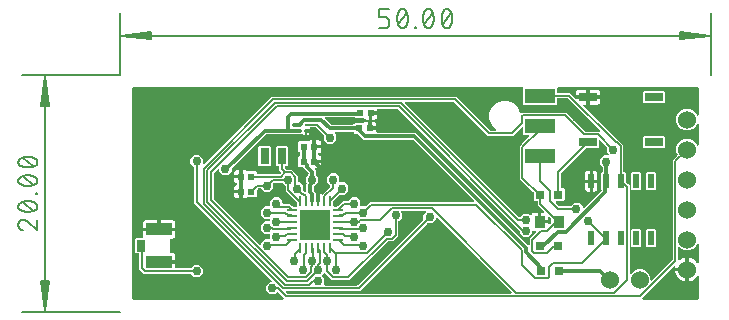
<source format=gbr>
G04 EAGLE Gerber RS-274X export*
G75*
%MOMM*%
%FSLAX34Y34*%
%LPD*%
%INTop Copper*%
%IPPOS*%
%AMOC8*
5,1,8,0,0,1.08239X$1,22.5*%
G01*
%ADD10C,0.130000*%
%ADD11C,0.152400*%
%ADD12R,0.620000X0.620000*%
%ADD13C,1.524000*%
%ADD14R,0.800000X0.800000*%
%ADD15C,0.254000*%
%ADD16R,0.203200X0.812800*%
%ADD17R,0.812800X0.203200*%
%ADD18R,2.590800X2.590800*%
%ADD19R,0.508000X1.270000*%
%ADD20R,2.200000X1.050000*%
%ADD21R,0.800000X1.000000*%
%ADD22R,1.524000X0.762000*%
%ADD23R,0.950000X1.000000*%
%ADD24R,2.540000X1.270000*%
%ADD25R,0.750000X1.400000*%
%ADD26C,0.756400*%
%ADD27C,0.304800*%

G36*
X138000Y10172D02*
X138000Y10172D01*
X138072Y10174D01*
X138121Y10192D01*
X138172Y10200D01*
X138236Y10234D01*
X138303Y10259D01*
X138344Y10291D01*
X138390Y10316D01*
X138439Y10368D01*
X138495Y10412D01*
X138523Y10456D01*
X138559Y10494D01*
X138589Y10559D01*
X138628Y10619D01*
X138641Y10670D01*
X138663Y10717D01*
X138671Y10788D01*
X138688Y10858D01*
X138684Y10910D01*
X138690Y10961D01*
X138675Y11032D01*
X138669Y11103D01*
X138649Y11151D01*
X138638Y11202D01*
X138601Y11263D01*
X138573Y11329D01*
X138528Y11385D01*
X138511Y11413D01*
X138494Y11428D01*
X138468Y11460D01*
X137698Y12230D01*
X133738Y16190D01*
X133722Y16202D01*
X133709Y16218D01*
X133622Y16274D01*
X133538Y16334D01*
X133519Y16340D01*
X133502Y16351D01*
X133402Y16376D01*
X133303Y16406D01*
X133283Y16406D01*
X133264Y16411D01*
X133161Y16403D01*
X133057Y16400D01*
X133038Y16393D01*
X133018Y16391D01*
X132924Y16351D01*
X132826Y16315D01*
X132810Y16303D01*
X132792Y16295D01*
X132661Y16190D01*
X130976Y14505D01*
X126580Y14505D01*
X123471Y17614D01*
X123471Y22010D01*
X126580Y25119D01*
X127544Y25119D01*
X127614Y25130D01*
X127686Y25132D01*
X127735Y25150D01*
X127786Y25158D01*
X127850Y25192D01*
X127917Y25217D01*
X127958Y25249D01*
X128004Y25274D01*
X128053Y25326D01*
X128109Y25370D01*
X128137Y25414D01*
X128173Y25452D01*
X128203Y25517D01*
X128242Y25577D01*
X128255Y25628D01*
X128277Y25675D01*
X128285Y25746D01*
X128302Y25816D01*
X128298Y25868D01*
X128304Y25919D01*
X128289Y25990D01*
X128283Y26061D01*
X128263Y26109D01*
X128252Y26160D01*
X128215Y26221D01*
X128187Y26287D01*
X128142Y26343D01*
X128125Y26371D01*
X128108Y26386D01*
X128082Y26418D01*
X64046Y90454D01*
X62483Y92017D01*
X62483Y121721D01*
X62469Y121811D01*
X62461Y121902D01*
X62449Y121931D01*
X62444Y121963D01*
X62401Y122044D01*
X62365Y122128D01*
X62339Y122160D01*
X62328Y122181D01*
X62305Y122203D01*
X62260Y122259D01*
X59463Y125056D01*
X59463Y129452D01*
X62572Y132561D01*
X66968Y132561D01*
X70077Y129452D01*
X70077Y125440D01*
X70088Y125370D01*
X70090Y125298D01*
X70108Y125249D01*
X70116Y125198D01*
X70150Y125134D01*
X70175Y125067D01*
X70207Y125026D01*
X70232Y124980D01*
X70284Y124931D01*
X70328Y124875D01*
X70372Y124847D01*
X70410Y124811D01*
X70475Y124781D01*
X70535Y124742D01*
X70586Y124729D01*
X70633Y124707D01*
X70704Y124699D01*
X70774Y124682D01*
X70826Y124686D01*
X70877Y124680D01*
X70948Y124695D01*
X71019Y124701D01*
X71067Y124721D01*
X71118Y124732D01*
X71179Y124769D01*
X71245Y124797D01*
X71301Y124842D01*
X71329Y124859D01*
X71344Y124876D01*
X71376Y124902D01*
X127030Y180556D01*
X128593Y182119D01*
X284411Y182119D01*
X313144Y153386D01*
X313218Y153333D01*
X313288Y153273D01*
X313318Y153261D01*
X313344Y153242D01*
X313431Y153215D01*
X313516Y153181D01*
X313557Y153177D01*
X313579Y153170D01*
X313611Y153171D01*
X313683Y153163D01*
X317607Y153163D01*
X317678Y153174D01*
X317750Y153176D01*
X317799Y153194D01*
X317850Y153202D01*
X317913Y153236D01*
X317981Y153261D01*
X318021Y153293D01*
X318068Y153318D01*
X318117Y153370D01*
X318173Y153414D01*
X318201Y153458D01*
X318237Y153496D01*
X318267Y153561D01*
X318306Y153621D01*
X318319Y153672D01*
X318341Y153719D01*
X318348Y153790D01*
X318366Y153860D01*
X318362Y153912D01*
X318368Y153963D01*
X318352Y154034D01*
X318347Y154105D01*
X318326Y154153D01*
X318315Y154204D01*
X318279Y154265D01*
X318250Y154331D01*
X318206Y154387D01*
X318189Y154415D01*
X318171Y154430D01*
X318146Y154462D01*
X314623Y157985D01*
X312619Y162822D01*
X312619Y168058D01*
X314623Y172895D01*
X318325Y176597D01*
X323162Y178601D01*
X328398Y178601D01*
X333235Y176597D01*
X336937Y172895D01*
X338840Y168302D01*
X338864Y168263D01*
X338879Y168220D01*
X338928Y168159D01*
X338969Y168093D01*
X339005Y168064D01*
X339033Y168028D01*
X339099Y167986D01*
X339159Y167936D01*
X339201Y167920D01*
X339240Y167895D01*
X339316Y167876D01*
X339388Y167848D01*
X339434Y167846D01*
X339479Y167835D01*
X339556Y167841D01*
X339634Y167838D01*
X339678Y167850D01*
X339724Y167854D01*
X339795Y167884D01*
X339870Y167906D01*
X339908Y167932D01*
X339950Y167950D01*
X340057Y168036D01*
X340072Y168046D01*
X340075Y168050D01*
X340081Y168055D01*
X340429Y168403D01*
X377375Y168403D01*
X393154Y152624D01*
X393228Y152571D01*
X393298Y152511D01*
X393328Y152499D01*
X393354Y152480D01*
X393441Y152453D01*
X393526Y152419D01*
X393567Y152415D01*
X393589Y152408D01*
X393621Y152409D01*
X393693Y152401D01*
X405646Y152401D01*
X405716Y152412D01*
X405788Y152414D01*
X405837Y152432D01*
X405888Y152440D01*
X405952Y152474D01*
X406019Y152499D01*
X406060Y152531D01*
X406106Y152556D01*
X406155Y152608D01*
X406211Y152652D01*
X406239Y152696D01*
X406275Y152734D01*
X406305Y152799D01*
X406344Y152859D01*
X406357Y152910D01*
X406379Y152957D01*
X406387Y153028D01*
X406404Y153098D01*
X406400Y153150D01*
X406406Y153201D01*
X406391Y153272D01*
X406385Y153343D01*
X406365Y153391D01*
X406354Y153442D01*
X406317Y153503D01*
X406289Y153569D01*
X406244Y153625D01*
X406227Y153653D01*
X406210Y153668D01*
X406184Y153700D01*
X379514Y180370D01*
X379440Y180423D01*
X379370Y180483D01*
X379340Y180495D01*
X379314Y180514D01*
X379227Y180541D01*
X379142Y180575D01*
X379101Y180579D01*
X379079Y180586D01*
X379047Y180585D01*
X378975Y180593D01*
X370586Y180593D01*
X370566Y180590D01*
X370547Y180592D01*
X370445Y180570D01*
X370343Y180554D01*
X370326Y180544D01*
X370306Y180540D01*
X370217Y180487D01*
X370126Y180438D01*
X370112Y180424D01*
X370095Y180414D01*
X370028Y180335D01*
X369956Y180260D01*
X369948Y180242D01*
X369935Y180227D01*
X369896Y180131D01*
X369853Y180037D01*
X369851Y180017D01*
X369843Y179999D01*
X369825Y179832D01*
X369825Y175898D01*
X368932Y175005D01*
X342268Y175005D01*
X341375Y175898D01*
X341375Y189078D01*
X341374Y189088D01*
X341374Y189094D01*
X341373Y189102D01*
X341374Y189117D01*
X341352Y189219D01*
X341336Y189321D01*
X341326Y189338D01*
X341322Y189358D01*
X341269Y189447D01*
X341220Y189538D01*
X341206Y189552D01*
X341196Y189569D01*
X341117Y189636D01*
X341042Y189708D01*
X341024Y189716D01*
X341009Y189729D01*
X340913Y189768D01*
X340819Y189811D01*
X340799Y189813D01*
X340781Y189821D01*
X340614Y189839D01*
X10922Y189839D01*
X10902Y189836D01*
X10883Y189838D01*
X10781Y189816D01*
X10679Y189800D01*
X10662Y189790D01*
X10642Y189786D01*
X10553Y189733D01*
X10462Y189684D01*
X10448Y189670D01*
X10431Y189660D01*
X10364Y189581D01*
X10292Y189506D01*
X10284Y189488D01*
X10271Y189473D01*
X10232Y189377D01*
X10189Y189283D01*
X10187Y189263D01*
X10179Y189245D01*
X10161Y189078D01*
X10161Y10922D01*
X10164Y10902D01*
X10162Y10883D01*
X10184Y10781D01*
X10200Y10679D01*
X10210Y10662D01*
X10214Y10642D01*
X10267Y10553D01*
X10316Y10462D01*
X10330Y10448D01*
X10340Y10431D01*
X10419Y10364D01*
X10494Y10292D01*
X10512Y10284D01*
X10527Y10271D01*
X10623Y10232D01*
X10717Y10189D01*
X10737Y10187D01*
X10755Y10179D01*
X10922Y10161D01*
X137930Y10161D01*
X138000Y10172D01*
G37*
G36*
X118482Y56619D02*
X118482Y56619D01*
X118534Y56621D01*
X118602Y56645D01*
X118672Y56660D01*
X118717Y56687D01*
X118765Y56705D01*
X118821Y56750D01*
X118883Y56787D01*
X118917Y56826D01*
X118957Y56859D01*
X118996Y56919D01*
X119043Y56974D01*
X119062Y57022D01*
X119090Y57066D01*
X119108Y57135D01*
X119135Y57202D01*
X119143Y57273D01*
X119151Y57304D01*
X119149Y57328D01*
X119153Y57368D01*
X119153Y58078D01*
X122262Y61187D01*
X126012Y61187D01*
X126032Y61190D01*
X126051Y61188D01*
X126153Y61210D01*
X126255Y61226D01*
X126272Y61236D01*
X126292Y61240D01*
X126381Y61293D01*
X126472Y61342D01*
X126486Y61356D01*
X126503Y61366D01*
X126570Y61445D01*
X126642Y61520D01*
X126650Y61538D01*
X126663Y61553D01*
X126702Y61649D01*
X126745Y61743D01*
X126747Y61763D01*
X126755Y61781D01*
X126773Y61948D01*
X126773Y65052D01*
X126770Y65072D01*
X126772Y65091D01*
X126750Y65193D01*
X126734Y65295D01*
X126724Y65312D01*
X126720Y65332D01*
X126667Y65421D01*
X126618Y65512D01*
X126604Y65526D01*
X126594Y65543D01*
X126515Y65610D01*
X126440Y65682D01*
X126422Y65690D01*
X126407Y65703D01*
X126311Y65742D01*
X126217Y65785D01*
X126197Y65787D01*
X126179Y65795D01*
X126012Y65813D01*
X122262Y65813D01*
X119153Y68922D01*
X119153Y73318D01*
X122262Y76427D01*
X126012Y76427D01*
X126032Y76430D01*
X126051Y76428D01*
X126153Y76450D01*
X126255Y76466D01*
X126272Y76476D01*
X126292Y76480D01*
X126381Y76533D01*
X126472Y76582D01*
X126486Y76596D01*
X126503Y76606D01*
X126570Y76685D01*
X126642Y76760D01*
X126650Y76778D01*
X126663Y76793D01*
X126702Y76889D01*
X126745Y76983D01*
X126747Y77003D01*
X126755Y77021D01*
X126773Y77188D01*
X126773Y77752D01*
X126770Y77772D01*
X126772Y77791D01*
X126750Y77893D01*
X126734Y77995D01*
X126724Y78012D01*
X126720Y78032D01*
X126667Y78121D01*
X126618Y78212D01*
X126604Y78226D01*
X126594Y78243D01*
X126515Y78310D01*
X126440Y78382D01*
X126422Y78390D01*
X126407Y78403D01*
X126311Y78442D01*
X126217Y78485D01*
X126197Y78487D01*
X126179Y78495D01*
X126012Y78513D01*
X122262Y78513D01*
X119153Y81622D01*
X119153Y86018D01*
X122262Y89127D01*
X126012Y89127D01*
X126032Y89130D01*
X126051Y89128D01*
X126153Y89150D01*
X126255Y89166D01*
X126272Y89176D01*
X126292Y89180D01*
X126381Y89233D01*
X126472Y89282D01*
X126486Y89296D01*
X126503Y89306D01*
X126570Y89385D01*
X126642Y89460D01*
X126650Y89478D01*
X126663Y89493D01*
X126702Y89589D01*
X126745Y89683D01*
X126747Y89703D01*
X126755Y89721D01*
X126773Y89888D01*
X126773Y93638D01*
X129882Y96747D01*
X134278Y96747D01*
X137387Y93638D01*
X137387Y91948D01*
X137390Y91928D01*
X137388Y91909D01*
X137410Y91807D01*
X137426Y91705D01*
X137436Y91688D01*
X137440Y91668D01*
X137493Y91579D01*
X137542Y91488D01*
X137556Y91474D01*
X137566Y91457D01*
X137645Y91390D01*
X137720Y91318D01*
X137738Y91310D01*
X137753Y91297D01*
X137849Y91258D01*
X137943Y91215D01*
X137963Y91213D01*
X137981Y91205D01*
X138148Y91187D01*
X143695Y91187D01*
X145758Y89124D01*
X145832Y89071D01*
X145902Y89011D01*
X145932Y88999D01*
X145958Y88980D01*
X146045Y88953D01*
X146130Y88919D01*
X146171Y88915D01*
X146193Y88908D01*
X146225Y88909D01*
X146297Y88901D01*
X149098Y88901D01*
X149118Y88904D01*
X149137Y88902D01*
X149239Y88924D01*
X149341Y88940D01*
X149358Y88950D01*
X149378Y88954D01*
X149467Y89007D01*
X149558Y89056D01*
X149572Y89070D01*
X149589Y89080D01*
X149656Y89159D01*
X149728Y89234D01*
X149736Y89252D01*
X149749Y89267D01*
X149788Y89363D01*
X149831Y89457D01*
X149833Y89477D01*
X149841Y89495D01*
X149859Y89662D01*
X149859Y91955D01*
X149845Y92046D01*
X149837Y92136D01*
X149825Y92166D01*
X149820Y92198D01*
X149777Y92279D01*
X149741Y92363D01*
X149715Y92395D01*
X149704Y92416D01*
X149681Y92438D01*
X149636Y92494D01*
X140207Y101923D01*
X140207Y105973D01*
X140193Y106063D01*
X140185Y106154D01*
X140173Y106183D01*
X140168Y106215D01*
X140125Y106296D01*
X140089Y106380D01*
X140063Y106412D01*
X140052Y106433D01*
X140029Y106455D01*
X139984Y106511D01*
X137753Y108742D01*
X137679Y108795D01*
X137609Y108855D01*
X137579Y108867D01*
X137553Y108886D01*
X137466Y108913D01*
X137381Y108947D01*
X137340Y108951D01*
X137318Y108958D01*
X137286Y108957D01*
X137215Y108965D01*
X130528Y108965D01*
X130508Y108962D01*
X130489Y108964D01*
X130387Y108942D01*
X130285Y108926D01*
X130268Y108916D01*
X130248Y108912D01*
X130159Y108859D01*
X130068Y108810D01*
X130054Y108796D01*
X130037Y108786D01*
X129970Y108707D01*
X129898Y108632D01*
X129890Y108614D01*
X129877Y108599D01*
X129838Y108503D01*
X129795Y108409D01*
X129793Y108389D01*
X129785Y108371D01*
X129767Y108204D01*
X129767Y104482D01*
X126658Y101373D01*
X122262Y101373D01*
X119465Y104170D01*
X119391Y104223D01*
X119321Y104283D01*
X119291Y104295D01*
X119265Y104314D01*
X119178Y104341D01*
X119093Y104375D01*
X119052Y104379D01*
X119030Y104386D01*
X118998Y104385D01*
X118927Y104393D01*
X117523Y104393D01*
X117433Y104379D01*
X117342Y104371D01*
X117312Y104359D01*
X117280Y104354D01*
X117199Y104311D01*
X117115Y104275D01*
X117083Y104249D01*
X117062Y104238D01*
X117040Y104215D01*
X116984Y104170D01*
X116028Y103214D01*
X115975Y103140D01*
X115915Y103070D01*
X115903Y103040D01*
X115884Y103014D01*
X115857Y102927D01*
X115823Y102842D01*
X115819Y102801D01*
X115812Y102779D01*
X115813Y102747D01*
X115805Y102676D01*
X115805Y97868D01*
X114912Y96975D01*
X107664Y96975D01*
X107574Y96961D01*
X107483Y96953D01*
X107453Y96941D01*
X107421Y96936D01*
X107340Y96893D01*
X107256Y96857D01*
X107224Y96831D01*
X107204Y96820D01*
X107181Y96797D01*
X107125Y96752D01*
X106840Y96467D01*
X106261Y96132D01*
X105614Y95959D01*
X103703Y95959D01*
X103703Y100838D01*
X103700Y100858D01*
X103702Y100877D01*
X103680Y100979D01*
X103663Y101081D01*
X103654Y101098D01*
X103650Y101118D01*
X103597Y101207D01*
X103548Y101298D01*
X103534Y101312D01*
X103524Y101329D01*
X103445Y101396D01*
X103370Y101467D01*
X103352Y101476D01*
X103337Y101489D01*
X103241Y101528D01*
X103147Y101571D01*
X103127Y101573D01*
X103109Y101581D01*
X102942Y101599D01*
X102179Y101599D01*
X102179Y101601D01*
X102942Y101601D01*
X102962Y101604D01*
X102981Y101602D01*
X103083Y101624D01*
X103185Y101641D01*
X103202Y101650D01*
X103222Y101654D01*
X103311Y101707D01*
X103402Y101756D01*
X103416Y101770D01*
X103433Y101780D01*
X103500Y101859D01*
X103571Y101934D01*
X103580Y101952D01*
X103593Y101967D01*
X103632Y102063D01*
X103675Y102157D01*
X103677Y102177D01*
X103685Y102195D01*
X103703Y102362D01*
X103703Y113538D01*
X103700Y113558D01*
X103702Y113577D01*
X103680Y113679D01*
X103663Y113781D01*
X103654Y113798D01*
X103650Y113818D01*
X103597Y113907D01*
X103548Y113998D01*
X103534Y114012D01*
X103524Y114029D01*
X103445Y114096D01*
X103370Y114167D01*
X103352Y114176D01*
X103337Y114189D01*
X103241Y114228D01*
X103147Y114271D01*
X103127Y114273D01*
X103109Y114281D01*
X102942Y114299D01*
X102179Y114299D01*
X102179Y114301D01*
X102942Y114301D01*
X102962Y114304D01*
X102981Y114302D01*
X103083Y114324D01*
X103185Y114341D01*
X103202Y114350D01*
X103222Y114354D01*
X103311Y114407D01*
X103402Y114456D01*
X103416Y114470D01*
X103433Y114480D01*
X103500Y114559D01*
X103571Y114634D01*
X103580Y114652D01*
X103593Y114667D01*
X103632Y114763D01*
X103675Y114857D01*
X103677Y114877D01*
X103685Y114895D01*
X103703Y115062D01*
X103703Y119941D01*
X105614Y119941D01*
X106261Y119768D01*
X106840Y119433D01*
X107125Y119148D01*
X107199Y119095D01*
X107269Y119035D01*
X107299Y119023D01*
X107325Y119004D01*
X107412Y118977D01*
X107497Y118943D01*
X107538Y118939D01*
X107560Y118932D01*
X107592Y118933D01*
X107664Y118925D01*
X114912Y118925D01*
X115805Y118032D01*
X115805Y117348D01*
X115808Y117328D01*
X115806Y117309D01*
X115828Y117207D01*
X115844Y117105D01*
X115854Y117088D01*
X115858Y117068D01*
X115911Y116979D01*
X115960Y116888D01*
X115974Y116874D01*
X115984Y116857D01*
X116063Y116790D01*
X116138Y116718D01*
X116156Y116710D01*
X116171Y116697D01*
X116267Y116658D01*
X116361Y116615D01*
X116381Y116613D01*
X116399Y116605D01*
X116566Y116587D01*
X134936Y116587D01*
X135026Y116601D01*
X135117Y116609D01*
X135147Y116621D01*
X135179Y116626D01*
X135259Y116669D01*
X135343Y116705D01*
X135376Y116731D01*
X135396Y116742D01*
X135418Y116765D01*
X135474Y116810D01*
X135955Y117290D01*
X135967Y117307D01*
X135982Y117319D01*
X136038Y117406D01*
X136099Y117490D01*
X136104Y117509D01*
X136115Y117526D01*
X136141Y117626D01*
X136171Y117725D01*
X136170Y117745D01*
X136175Y117765D01*
X136167Y117867D01*
X136165Y117971D01*
X136158Y117990D01*
X136156Y118010D01*
X136116Y118105D01*
X136080Y118202D01*
X136068Y118218D01*
X136060Y118236D01*
X135955Y118367D01*
X134873Y119449D01*
X134873Y122794D01*
X134870Y122814D01*
X134872Y122833D01*
X134850Y122935D01*
X134834Y123037D01*
X134824Y123054D01*
X134820Y123074D01*
X134767Y123163D01*
X134718Y123254D01*
X134704Y123268D01*
X134694Y123285D01*
X134615Y123352D01*
X134540Y123424D01*
X134522Y123432D01*
X134507Y123445D01*
X134411Y123484D01*
X134317Y123527D01*
X134297Y123529D01*
X134279Y123537D01*
X134112Y123555D01*
X132458Y123555D01*
X131565Y124448D01*
X131565Y139712D01*
X132458Y140605D01*
X141222Y140605D01*
X142115Y139712D01*
X142115Y124448D01*
X141222Y123555D01*
X140208Y123555D01*
X140188Y123552D01*
X140169Y123554D01*
X140067Y123532D01*
X139965Y123516D01*
X139948Y123506D01*
X139928Y123502D01*
X139839Y123449D01*
X139748Y123400D01*
X139734Y123386D01*
X139717Y123376D01*
X139650Y123297D01*
X139578Y123222D01*
X139570Y123204D01*
X139557Y123189D01*
X139518Y123093D01*
X139475Y122999D01*
X139473Y122979D01*
X139465Y122961D01*
X139447Y122794D01*
X139447Y121659D01*
X139461Y121569D01*
X139469Y121478D01*
X139481Y121448D01*
X139486Y121416D01*
X139529Y121335D01*
X139565Y121251D01*
X139591Y121219D01*
X139602Y121198D01*
X139625Y121176D01*
X139670Y121120D01*
X140174Y120616D01*
X140190Y120604D01*
X140454Y120339D01*
X140529Y120285D01*
X140599Y120225D01*
X140628Y120213D01*
X140653Y120195D01*
X140741Y120168D01*
X140827Y120133D01*
X140867Y120129D01*
X140888Y120122D01*
X140921Y120123D01*
X140994Y120115D01*
X145701Y120115D01*
X150595Y115221D01*
X150595Y110208D01*
X150598Y110188D01*
X150596Y110169D01*
X150618Y110067D01*
X150634Y109965D01*
X150644Y109948D01*
X150648Y109928D01*
X150701Y109839D01*
X150750Y109748D01*
X150764Y109734D01*
X150774Y109717D01*
X150853Y109650D01*
X150928Y109578D01*
X150946Y109570D01*
X150961Y109557D01*
X151057Y109518D01*
X151151Y109475D01*
X151171Y109473D01*
X151189Y109465D01*
X151356Y109447D01*
X152058Y109447D01*
X155167Y106338D01*
X155167Y102870D01*
X155170Y102850D01*
X155168Y102831D01*
X155190Y102729D01*
X155206Y102627D01*
X155216Y102610D01*
X155220Y102590D01*
X155273Y102501D01*
X155322Y102410D01*
X155336Y102396D01*
X155346Y102379D01*
X155425Y102312D01*
X155500Y102240D01*
X155503Y102239D01*
X156462Y101280D01*
X156520Y101238D01*
X156572Y101189D01*
X156619Y101167D01*
X156661Y101137D01*
X156730Y101116D01*
X156795Y101085D01*
X156847Y101080D01*
X156897Y101064D01*
X156968Y101066D01*
X157039Y101058D01*
X157090Y101069D01*
X157142Y101071D01*
X157210Y101095D01*
X157280Y101110D01*
X157325Y101137D01*
X157373Y101155D01*
X157429Y101200D01*
X157491Y101237D01*
X157525Y101276D01*
X157565Y101309D01*
X157604Y101369D01*
X157651Y101424D01*
X157670Y101472D01*
X157698Y101516D01*
X157716Y101585D01*
X157743Y101652D01*
X157751Y101723D01*
X157759Y101754D01*
X157757Y101778D01*
X157761Y101818D01*
X157761Y108282D01*
X157777Y108304D01*
X157783Y108323D01*
X157794Y108340D01*
X157819Y108440D01*
X157850Y108539D01*
X157849Y108559D01*
X157854Y108579D01*
X157846Y108682D01*
X157844Y108785D01*
X157837Y108804D01*
X157835Y108824D01*
X157795Y108919D01*
X157759Y109016D01*
X157747Y109032D01*
X157739Y109050D01*
X157634Y109181D01*
X157253Y109562D01*
X157253Y113958D01*
X159288Y115993D01*
X159341Y116067D01*
X159401Y116137D01*
X159413Y116167D01*
X159432Y116193D01*
X159459Y116280D01*
X159493Y116365D01*
X159497Y116406D01*
X159504Y116428D01*
X159503Y116460D01*
X159511Y116531D01*
X159511Y116871D01*
X159497Y116961D01*
X159489Y117052D01*
X159477Y117082D01*
X159472Y117114D01*
X159429Y117195D01*
X159393Y117279D01*
X159367Y117311D01*
X159356Y117331D01*
X159333Y117354D01*
X159288Y117410D01*
X155323Y121375D01*
X155323Y121614D01*
X155320Y121634D01*
X155322Y121653D01*
X155300Y121755D01*
X155284Y121857D01*
X155274Y121874D01*
X155270Y121894D01*
X155217Y121983D01*
X155168Y122074D01*
X155154Y122088D01*
X155144Y122105D01*
X155065Y122172D01*
X154990Y122244D01*
X154972Y122252D01*
X154957Y122265D01*
X154861Y122304D01*
X154767Y122347D01*
X154747Y122349D01*
X154729Y122357D01*
X154562Y122375D01*
X151788Y122375D01*
X150895Y123268D01*
X150895Y130732D01*
X151801Y131637D01*
X151851Y131648D01*
X151953Y131664D01*
X151970Y131674D01*
X151990Y131678D01*
X152079Y131731D01*
X152170Y131780D01*
X152184Y131794D01*
X152201Y131804D01*
X152268Y131883D01*
X152340Y131958D01*
X152348Y131976D01*
X152361Y131991D01*
X152400Y132087D01*
X152443Y132181D01*
X152445Y132201D01*
X152453Y132219D01*
X152471Y132386D01*
X152471Y134314D01*
X152468Y134334D01*
X152470Y134353D01*
X152448Y134455D01*
X152432Y134557D01*
X152422Y134574D01*
X152418Y134594D01*
X152365Y134683D01*
X152316Y134774D01*
X152302Y134788D01*
X152292Y134805D01*
X152213Y134872D01*
X152138Y134944D01*
X152120Y134952D01*
X152105Y134965D01*
X152009Y135004D01*
X151915Y135047D01*
X151895Y135049D01*
X151877Y135057D01*
X151798Y135065D01*
X150895Y135968D01*
X150895Y143432D01*
X151788Y144325D01*
X159036Y144325D01*
X159126Y144339D01*
X159217Y144347D01*
X159247Y144359D01*
X159279Y144364D01*
X159360Y144407D01*
X159444Y144443D01*
X159476Y144469D01*
X159496Y144480D01*
X159519Y144503D01*
X159575Y144548D01*
X159860Y144833D01*
X160439Y145168D01*
X161086Y145341D01*
X162997Y145341D01*
X162997Y140462D01*
X163000Y140442D01*
X162998Y140423D01*
X163020Y140321D01*
X163037Y140219D01*
X163046Y140202D01*
X163050Y140182D01*
X163103Y140093D01*
X163152Y140002D01*
X163166Y139988D01*
X163176Y139971D01*
X163255Y139904D01*
X163330Y139833D01*
X163348Y139824D01*
X163363Y139811D01*
X163459Y139772D01*
X163553Y139729D01*
X163573Y139727D01*
X163591Y139719D01*
X163758Y139701D01*
X164521Y139701D01*
X164521Y139699D01*
X163758Y139699D01*
X163738Y139696D01*
X163719Y139698D01*
X163617Y139676D01*
X163515Y139659D01*
X163498Y139650D01*
X163478Y139646D01*
X163389Y139593D01*
X163298Y139544D01*
X163284Y139530D01*
X163267Y139520D01*
X163200Y139441D01*
X163129Y139366D01*
X163120Y139348D01*
X163107Y139333D01*
X163068Y139237D01*
X163025Y139143D01*
X163023Y139123D01*
X163015Y139105D01*
X162997Y138938D01*
X162997Y127762D01*
X163000Y127742D01*
X162998Y127723D01*
X163020Y127621D01*
X163037Y127519D01*
X163046Y127502D01*
X163050Y127482D01*
X163103Y127393D01*
X163152Y127302D01*
X163166Y127288D01*
X163176Y127271D01*
X163255Y127204D01*
X163330Y127133D01*
X163348Y127124D01*
X163363Y127111D01*
X163459Y127072D01*
X163553Y127029D01*
X163573Y127027D01*
X163591Y127019D01*
X163758Y127001D01*
X164521Y127001D01*
X164521Y126238D01*
X164524Y126218D01*
X164522Y126199D01*
X164544Y126097D01*
X164561Y125995D01*
X164570Y125978D01*
X164574Y125958D01*
X164627Y125869D01*
X164676Y125778D01*
X164690Y125764D01*
X164700Y125747D01*
X164779Y125680D01*
X164854Y125609D01*
X164872Y125600D01*
X164887Y125587D01*
X164983Y125548D01*
X165077Y125505D01*
X165097Y125503D01*
X165115Y125495D01*
X165282Y125477D01*
X170161Y125477D01*
X170161Y123565D01*
X169988Y122919D01*
X169653Y122340D01*
X169180Y121867D01*
X168601Y121532D01*
X167954Y121359D01*
X165800Y121359D01*
X165729Y121348D01*
X165657Y121346D01*
X165608Y121328D01*
X165557Y121320D01*
X165494Y121286D01*
X165426Y121261D01*
X165385Y121229D01*
X165339Y121204D01*
X165290Y121152D01*
X165234Y121108D01*
X165206Y121064D01*
X165170Y121026D01*
X165140Y120961D01*
X165101Y120901D01*
X165088Y120850D01*
X165066Y120803D01*
X165059Y120732D01*
X165041Y120662D01*
X165045Y120610D01*
X165039Y120559D01*
X165055Y120488D01*
X165060Y120417D01*
X165081Y120369D01*
X165092Y120318D01*
X165128Y120257D01*
X165157Y120191D01*
X165201Y120135D01*
X165218Y120107D01*
X165236Y120092D01*
X165261Y120060D01*
X165609Y119712D01*
X165609Y116531D01*
X165623Y116441D01*
X165631Y116350D01*
X165643Y116321D01*
X165648Y116289D01*
X165691Y116208D01*
X165727Y116124D01*
X165753Y116092D01*
X165764Y116071D01*
X165787Y116049D01*
X165832Y115993D01*
X167867Y113958D01*
X167867Y109562D01*
X164734Y106429D01*
X164710Y106419D01*
X164678Y106414D01*
X164598Y106371D01*
X164514Y106335D01*
X164482Y106309D01*
X164461Y106298D01*
X164439Y106275D01*
X164383Y106230D01*
X164082Y105929D01*
X164029Y105855D01*
X163969Y105786D01*
X163957Y105756D01*
X163938Y105729D01*
X163911Y105642D01*
X163877Y105558D01*
X163873Y105517D01*
X163866Y105494D01*
X163867Y105462D01*
X163859Y105391D01*
X163859Y102889D01*
X163873Y102799D01*
X163881Y102708D01*
X163893Y102678D01*
X163898Y102646D01*
X163941Y102566D01*
X163977Y102482D01*
X164003Y102450D01*
X164014Y102429D01*
X164037Y102407D01*
X164082Y102351D01*
X165609Y100824D01*
X165609Y100711D01*
X165612Y100691D01*
X165610Y100672D01*
X165632Y100570D01*
X165648Y100468D01*
X165658Y100451D01*
X165662Y100431D01*
X165715Y100342D01*
X165764Y100251D01*
X165778Y100237D01*
X165788Y100220D01*
X165867Y100153D01*
X165942Y100081D01*
X165960Y100073D01*
X165975Y100060D01*
X166071Y100021D01*
X166165Y99978D01*
X166185Y99976D01*
X166203Y99968D01*
X166370Y99950D01*
X166879Y99950D01*
X166879Y93345D01*
X166882Y93326D01*
X166880Y93306D01*
X166902Y93205D01*
X166918Y93103D01*
X166928Y93085D01*
X166932Y93066D01*
X166985Y92976D01*
X167033Y92885D01*
X167048Y92872D01*
X167058Y92854D01*
X167137Y92787D01*
X167212Y92716D01*
X167230Y92707D01*
X167245Y92694D01*
X167341Y92656D01*
X167435Y92612D01*
X167455Y92610D01*
X167473Y92603D01*
X167640Y92584D01*
X167660Y92587D01*
X167679Y92585D01*
X167680Y92585D01*
X167781Y92607D01*
X167883Y92624D01*
X167900Y92633D01*
X167920Y92637D01*
X168009Y92691D01*
X168100Y92739D01*
X168114Y92753D01*
X168131Y92764D01*
X168198Y92842D01*
X168270Y92917D01*
X168278Y92935D01*
X168291Y92950D01*
X168330Y93047D01*
X168373Y93140D01*
X168375Y93160D01*
X168383Y93179D01*
X168401Y93345D01*
X168401Y99950D01*
X168991Y99950D01*
X169637Y99777D01*
X170216Y99442D01*
X170393Y99265D01*
X170409Y99254D01*
X170421Y99238D01*
X170509Y99182D01*
X170593Y99122D01*
X170612Y99116D01*
X170628Y99105D01*
X170729Y99080D01*
X170828Y99049D01*
X170848Y99050D01*
X170867Y99045D01*
X170970Y99053D01*
X171074Y99056D01*
X171092Y99063D01*
X171112Y99064D01*
X171207Y99105D01*
X171305Y99140D01*
X171320Y99153D01*
X171338Y99161D01*
X171469Y99265D01*
X177322Y105118D01*
X177375Y105192D01*
X177435Y105262D01*
X177447Y105292D01*
X177466Y105318D01*
X177493Y105405D01*
X177527Y105490D01*
X177531Y105531D01*
X177538Y105553D01*
X177537Y105585D01*
X177545Y105657D01*
X177545Y106735D01*
X177531Y106825D01*
X177523Y106916D01*
X177511Y106945D01*
X177506Y106977D01*
X177463Y107058D01*
X177427Y107142D01*
X177401Y107174D01*
X177390Y107195D01*
X177367Y107217D01*
X177322Y107273D01*
X175033Y109562D01*
X175033Y113958D01*
X178142Y117067D01*
X182538Y117067D01*
X185647Y113958D01*
X185647Y110208D01*
X185650Y110188D01*
X185648Y110169D01*
X185670Y110067D01*
X185686Y109965D01*
X185696Y109948D01*
X185700Y109928D01*
X185753Y109839D01*
X185802Y109748D01*
X185816Y109734D01*
X185826Y109717D01*
X185905Y109650D01*
X185980Y109578D01*
X185998Y109570D01*
X186013Y109557D01*
X186109Y109518D01*
X186203Y109475D01*
X186223Y109473D01*
X186241Y109465D01*
X186408Y109447D01*
X190158Y109447D01*
X193267Y106338D01*
X193267Y101942D01*
X190158Y98833D01*
X186203Y98833D01*
X186112Y98819D01*
X186022Y98811D01*
X185992Y98799D01*
X185960Y98794D01*
X185879Y98751D01*
X185795Y98715D01*
X185763Y98689D01*
X185742Y98678D01*
X185720Y98655D01*
X185664Y98610D01*
X180564Y93510D01*
X180511Y93436D01*
X180451Y93366D01*
X180439Y93336D01*
X180420Y93310D01*
X180393Y93223D01*
X180359Y93138D01*
X180355Y93097D01*
X180348Y93075D01*
X180349Y93043D01*
X180341Y92972D01*
X180341Y89662D01*
X180344Y89642D01*
X180342Y89623D01*
X180364Y89521D01*
X180380Y89419D01*
X180390Y89402D01*
X180394Y89382D01*
X180447Y89293D01*
X180496Y89202D01*
X180510Y89188D01*
X180520Y89171D01*
X180599Y89104D01*
X180674Y89032D01*
X180692Y89024D01*
X180707Y89011D01*
X180803Y88972D01*
X180897Y88929D01*
X180917Y88927D01*
X180935Y88919D01*
X181102Y88901D01*
X183452Y88901D01*
X183473Y88904D01*
X183495Y88902D01*
X183594Y88924D01*
X183694Y88940D01*
X183714Y88951D01*
X183735Y88956D01*
X183774Y88979D01*
X183837Y88988D01*
X183873Y88999D01*
X183910Y89002D01*
X183989Y89036D01*
X184071Y89062D01*
X184102Y89084D01*
X184136Y89099D01*
X184267Y89203D01*
X188791Y93727D01*
X192587Y93727D01*
X192677Y93741D01*
X192768Y93749D01*
X192797Y93761D01*
X192829Y93766D01*
X192910Y93809D01*
X192994Y93845D01*
X193026Y93871D01*
X193047Y93882D01*
X193069Y93905D01*
X193125Y93950D01*
X195922Y96747D01*
X200318Y96747D01*
X203427Y93638D01*
X203427Y89888D01*
X203430Y89868D01*
X203428Y89849D01*
X203450Y89747D01*
X203466Y89645D01*
X203476Y89628D01*
X203480Y89608D01*
X203533Y89519D01*
X203582Y89428D01*
X203596Y89414D01*
X203606Y89397D01*
X203685Y89330D01*
X203760Y89258D01*
X203778Y89250D01*
X203793Y89237D01*
X203889Y89198D01*
X203983Y89155D01*
X204003Y89153D01*
X204021Y89145D01*
X204188Y89127D01*
X207497Y89127D01*
X207588Y89141D01*
X207678Y89149D01*
X207708Y89161D01*
X207740Y89166D01*
X207821Y89209D01*
X207905Y89245D01*
X207937Y89271D01*
X207958Y89282D01*
X207980Y89305D01*
X208036Y89350D01*
X211651Y92965D01*
X298650Y92965D01*
X298721Y92976D01*
X298792Y92978D01*
X298841Y92996D01*
X298893Y93004D01*
X298956Y93038D01*
X299023Y93063D01*
X299064Y93095D01*
X299110Y93120D01*
X299159Y93172D01*
X299215Y93216D01*
X299244Y93260D01*
X299279Y93298D01*
X299310Y93363D01*
X299348Y93423D01*
X299361Y93474D01*
X299383Y93521D01*
X299391Y93592D01*
X299408Y93662D01*
X299404Y93714D01*
X299410Y93765D01*
X299395Y93836D01*
X299389Y93907D01*
X299369Y93955D01*
X299358Y94006D01*
X299321Y94067D01*
X299293Y94133D01*
X299248Y94189D01*
X299232Y94217D01*
X299214Y94232D01*
X299188Y94264D01*
X248134Y145318D01*
X248060Y145371D01*
X247991Y145431D01*
X247961Y145443D01*
X247934Y145462D01*
X247847Y145489D01*
X247763Y145523D01*
X247722Y145527D01*
X247699Y145534D01*
X247667Y145533D01*
X247596Y145541D01*
X206001Y145541D01*
X201168Y150374D01*
X201094Y150427D01*
X201025Y150487D01*
X200995Y150499D01*
X200968Y150518D01*
X200881Y150545D01*
X200797Y150579D01*
X200756Y150583D01*
X200733Y150590D01*
X200701Y150589D01*
X200630Y150597D01*
X198562Y150597D01*
X197657Y151503D01*
X197646Y151553D01*
X197630Y151655D01*
X197620Y151672D01*
X197616Y151692D01*
X197563Y151781D01*
X197514Y151872D01*
X197500Y151886D01*
X197490Y151903D01*
X197411Y151970D01*
X197336Y152042D01*
X197318Y152050D01*
X197303Y152063D01*
X197207Y152102D01*
X197113Y152145D01*
X197093Y152147D01*
X197075Y152155D01*
X196908Y152173D01*
X182289Y152173D01*
X182219Y152162D01*
X182147Y152160D01*
X182098Y152142D01*
X182047Y152134D01*
X181983Y152100D01*
X181916Y152075D01*
X181875Y152043D01*
X181829Y152018D01*
X181780Y151966D01*
X181724Y151922D01*
X181696Y151878D01*
X181660Y151840D01*
X181630Y151775D01*
X181591Y151715D01*
X181578Y151664D01*
X181556Y151617D01*
X181548Y151546D01*
X181531Y151476D01*
X181535Y151424D01*
X181529Y151373D01*
X181544Y151302D01*
X181550Y151231D01*
X181570Y151183D01*
X181581Y151132D01*
X181618Y151071D01*
X181646Y151005D01*
X181691Y150949D01*
X181708Y150921D01*
X181725Y150906D01*
X181751Y150874D01*
X183107Y149518D01*
X183107Y145122D01*
X179998Y142013D01*
X175602Y142013D01*
X172493Y145122D01*
X172493Y149077D01*
X172479Y149168D01*
X172471Y149258D01*
X172459Y149288D01*
X172454Y149320D01*
X172411Y149401D01*
X172375Y149485D01*
X172349Y149517D01*
X172338Y149538D01*
X172315Y149560D01*
X172270Y149616D01*
X166076Y155810D01*
X166002Y155863D01*
X165932Y155923D01*
X165902Y155935D01*
X165876Y155954D01*
X165789Y155981D01*
X165704Y156015D01*
X165663Y156019D01*
X165641Y156026D01*
X165609Y156025D01*
X165537Y156033D01*
X161392Y156033D01*
X161298Y156018D01*
X161203Y156009D01*
X161177Y155998D01*
X161150Y155994D01*
X161065Y155949D01*
X160978Y155911D01*
X160957Y155892D01*
X160932Y155878D01*
X160867Y155809D01*
X160796Y155745D01*
X160782Y155721D01*
X160763Y155700D01*
X160723Y155614D01*
X160676Y155530D01*
X160671Y155503D01*
X160659Y155477D01*
X160649Y155382D01*
X160631Y155288D01*
X160635Y155261D01*
X160632Y155233D01*
X160652Y155139D01*
X160666Y155045D01*
X160680Y155013D01*
X160684Y154992D01*
X160701Y154964D01*
X160733Y154891D01*
X160791Y154791D01*
X160981Y154081D01*
X157240Y154081D01*
X157221Y154078D01*
X157201Y154080D01*
X157100Y154058D01*
X156998Y154042D01*
X156980Y154032D01*
X156961Y154028D01*
X156871Y153975D01*
X156780Y153927D01*
X156780Y153926D01*
X156766Y153912D01*
X156749Y153902D01*
X156749Y153901D01*
X156682Y153823D01*
X156610Y153748D01*
X156602Y153730D01*
X156589Y153715D01*
X156550Y153618D01*
X156507Y153525D01*
X156505Y153505D01*
X156497Y153486D01*
X156479Y153320D01*
X156479Y149579D01*
X155769Y149769D01*
X154900Y150271D01*
X154739Y150431D01*
X154723Y150443D01*
X154711Y150459D01*
X154623Y150515D01*
X154540Y150575D01*
X154521Y150581D01*
X154504Y150592D01*
X154404Y150617D01*
X154305Y150647D01*
X154285Y150647D01*
X154265Y150652D01*
X154162Y150644D01*
X154059Y150641D01*
X154040Y150634D01*
X154020Y150632D01*
X153925Y150592D01*
X153828Y150556D01*
X153812Y150544D01*
X153794Y150536D01*
X153663Y150431D01*
X153503Y150271D01*
X124418Y150271D01*
X124328Y150257D01*
X124237Y150249D01*
X124207Y150237D01*
X124175Y150232D01*
X124095Y150189D01*
X124011Y150153D01*
X123979Y150127D01*
X123958Y150116D01*
X123936Y150093D01*
X123880Y150048D01*
X94684Y120852D01*
X94631Y120778D01*
X94571Y120709D01*
X94559Y120679D01*
X94540Y120652D01*
X94513Y120565D01*
X94479Y120481D01*
X94475Y120440D01*
X94468Y120417D01*
X94469Y120385D01*
X94461Y120314D01*
X94461Y118960D01*
X91352Y115851D01*
X86956Y115851D01*
X83847Y118960D01*
X83847Y119924D01*
X83836Y119994D01*
X83834Y120066D01*
X83816Y120115D01*
X83808Y120166D01*
X83774Y120230D01*
X83749Y120297D01*
X83717Y120338D01*
X83692Y120384D01*
X83640Y120433D01*
X83596Y120489D01*
X83552Y120517D01*
X83514Y120553D01*
X83449Y120583D01*
X83389Y120622D01*
X83338Y120635D01*
X83291Y120657D01*
X83220Y120665D01*
X83150Y120682D01*
X83098Y120678D01*
X83047Y120684D01*
X82976Y120669D01*
X82905Y120663D01*
X82857Y120643D01*
X82806Y120632D01*
X82745Y120595D01*
X82679Y120567D01*
X82623Y120522D01*
X82595Y120505D01*
X82580Y120488D01*
X82548Y120462D01*
X79472Y117386D01*
X79419Y117312D01*
X79359Y117242D01*
X79347Y117212D01*
X79328Y117186D01*
X79301Y117099D01*
X79267Y117014D01*
X79263Y116973D01*
X79256Y116951D01*
X79257Y116919D01*
X79249Y116847D01*
X79249Y95751D01*
X79263Y95660D01*
X79271Y95570D01*
X79283Y95540D01*
X79288Y95508D01*
X79331Y95427D01*
X79367Y95343D01*
X79393Y95311D01*
X79404Y95290D01*
X79427Y95268D01*
X79472Y95212D01*
X117854Y56830D01*
X117912Y56788D01*
X117964Y56739D01*
X118011Y56717D01*
X118053Y56687D01*
X118122Y56666D01*
X118187Y56635D01*
X118239Y56630D01*
X118289Y56614D01*
X118360Y56616D01*
X118431Y56608D01*
X118482Y56619D01*
G37*
G36*
X449896Y25869D02*
X449896Y25869D01*
X449967Y25875D01*
X450015Y25895D01*
X450066Y25906D01*
X450127Y25943D01*
X450193Y25971D01*
X450249Y26016D01*
X450277Y26033D01*
X450292Y26050D01*
X450324Y26076D01*
X467644Y43396D01*
X467697Y43470D01*
X467757Y43540D01*
X467769Y43570D01*
X467788Y43596D01*
X467815Y43683D01*
X467849Y43768D01*
X467853Y43809D01*
X467860Y43831D01*
X467859Y43863D01*
X467867Y43935D01*
X467867Y128201D01*
X471754Y132088D01*
X471822Y132183D01*
X471892Y132277D01*
X471894Y132283D01*
X471898Y132288D01*
X471932Y132399D01*
X471968Y132511D01*
X471968Y132517D01*
X471970Y132523D01*
X471967Y132640D01*
X471966Y132756D01*
X471964Y132764D01*
X471964Y132769D01*
X471957Y132786D01*
X471919Y132918D01*
X470915Y135341D01*
X470915Y138979D01*
X472307Y142340D01*
X474880Y144913D01*
X478241Y146305D01*
X481879Y146305D01*
X485240Y144913D01*
X487813Y142340D01*
X488375Y140983D01*
X488426Y140900D01*
X488472Y140814D01*
X488490Y140796D01*
X488504Y140774D01*
X488580Y140711D01*
X488650Y140645D01*
X488674Y140634D01*
X488694Y140617D01*
X488785Y140582D01*
X488873Y140541D01*
X488899Y140538D01*
X488923Y140529D01*
X489021Y140525D01*
X489117Y140514D01*
X489143Y140519D01*
X489169Y140518D01*
X489263Y140545D01*
X489358Y140566D01*
X489380Y140580D01*
X489405Y140587D01*
X489485Y140642D01*
X489569Y140692D01*
X489586Y140712D01*
X489607Y140727D01*
X489666Y140805D01*
X489729Y140879D01*
X489739Y140904D01*
X489754Y140924D01*
X489784Y141017D01*
X489821Y141107D01*
X489824Y141140D01*
X489830Y141158D01*
X489830Y141191D01*
X489839Y141274D01*
X489839Y158446D01*
X489824Y158542D01*
X489814Y158639D01*
X489804Y158663D01*
X489800Y158689D01*
X489754Y158775D01*
X489714Y158864D01*
X489697Y158883D01*
X489684Y158906D01*
X489614Y158973D01*
X489548Y159045D01*
X489525Y159057D01*
X489506Y159075D01*
X489418Y159116D01*
X489332Y159163D01*
X489307Y159168D01*
X489283Y159179D01*
X489186Y159190D01*
X489090Y159207D01*
X489064Y159203D01*
X489039Y159206D01*
X488943Y159185D01*
X488847Y159171D01*
X488824Y159159D01*
X488798Y159154D01*
X488715Y159104D01*
X488628Y159060D01*
X488609Y159041D01*
X488587Y159028D01*
X488524Y158954D01*
X488456Y158884D01*
X488440Y158856D01*
X488427Y158841D01*
X488415Y158810D01*
X488375Y158737D01*
X487813Y157380D01*
X485240Y154807D01*
X481879Y153415D01*
X478241Y153415D01*
X474880Y154807D01*
X472307Y157380D01*
X470915Y160741D01*
X470915Y164379D01*
X472307Y167740D01*
X474880Y170313D01*
X478241Y171705D01*
X481879Y171705D01*
X485240Y170313D01*
X487813Y167740D01*
X488375Y166383D01*
X488426Y166300D01*
X488472Y166214D01*
X488490Y166196D01*
X488504Y166174D01*
X488580Y166111D01*
X488650Y166045D01*
X488674Y166034D01*
X488694Y166017D01*
X488785Y165982D01*
X488873Y165941D01*
X488899Y165938D01*
X488923Y165929D01*
X489021Y165925D01*
X489117Y165914D01*
X489143Y165919D01*
X489169Y165918D01*
X489263Y165945D01*
X489358Y165966D01*
X489380Y165980D01*
X489405Y165987D01*
X489485Y166042D01*
X489569Y166092D01*
X489586Y166112D01*
X489607Y166127D01*
X489666Y166205D01*
X489729Y166279D01*
X489739Y166304D01*
X489754Y166324D01*
X489784Y166417D01*
X489821Y166507D01*
X489824Y166540D01*
X489830Y166558D01*
X489830Y166591D01*
X489839Y166674D01*
X489839Y189078D01*
X489838Y189088D01*
X489838Y189094D01*
X489837Y189102D01*
X489838Y189117D01*
X489816Y189219D01*
X489800Y189321D01*
X489790Y189338D01*
X489786Y189358D01*
X489733Y189447D01*
X489684Y189538D01*
X489670Y189552D01*
X489660Y189569D01*
X489581Y189636D01*
X489506Y189708D01*
X489488Y189716D01*
X489473Y189729D01*
X489377Y189768D01*
X489283Y189811D01*
X489263Y189813D01*
X489245Y189821D01*
X489078Y189839D01*
X370586Y189839D01*
X370566Y189836D01*
X370547Y189838D01*
X370445Y189816D01*
X370343Y189800D01*
X370326Y189790D01*
X370306Y189786D01*
X370217Y189733D01*
X370126Y189684D01*
X370112Y189670D01*
X370095Y189660D01*
X370028Y189581D01*
X369956Y189506D01*
X369948Y189488D01*
X369935Y189473D01*
X369896Y189377D01*
X369853Y189283D01*
X369851Y189263D01*
X369843Y189245D01*
X369825Y189078D01*
X369825Y185928D01*
X369828Y185908D01*
X369826Y185889D01*
X369848Y185787D01*
X369864Y185685D01*
X369874Y185668D01*
X369878Y185648D01*
X369931Y185559D01*
X369980Y185468D01*
X369994Y185454D01*
X370004Y185437D01*
X370083Y185370D01*
X370158Y185298D01*
X370176Y185290D01*
X370191Y185277D01*
X370287Y185238D01*
X370381Y185195D01*
X370401Y185193D01*
X370419Y185185D01*
X370586Y185167D01*
X381185Y185167D01*
X386042Y180310D01*
X386116Y180257D01*
X386186Y180197D01*
X386216Y180185D01*
X386242Y180166D01*
X386329Y180139D01*
X386414Y180105D01*
X386455Y180101D01*
X386477Y180094D01*
X386509Y180095D01*
X386580Y180087D01*
X394717Y180087D01*
X394717Y175259D01*
X392930Y175259D01*
X392860Y175248D01*
X392788Y175246D01*
X392739Y175228D01*
X392688Y175220D01*
X392624Y175186D01*
X392557Y175161D01*
X392516Y175129D01*
X392470Y175104D01*
X392421Y175053D01*
X392365Y175008D01*
X392337Y174964D01*
X392301Y174926D01*
X392271Y174861D01*
X392232Y174801D01*
X392219Y174750D01*
X392197Y174703D01*
X392189Y174632D01*
X392172Y174562D01*
X392176Y174510D01*
X392170Y174459D01*
X392185Y174388D01*
X392191Y174317D01*
X392211Y174269D01*
X392222Y174218D01*
X392259Y174157D01*
X392287Y174091D01*
X392332Y174035D01*
X392349Y174007D01*
X392366Y173992D01*
X392392Y173960D01*
X420586Y145766D01*
X420660Y145713D01*
X420730Y145653D01*
X420760Y145641D01*
X420786Y145622D01*
X420873Y145595D01*
X420958Y145561D01*
X420999Y145557D01*
X421021Y145550D01*
X421053Y145551D01*
X421124Y145543D01*
X421571Y145543D01*
X425959Y141155D01*
X425959Y119126D01*
X425962Y119106D01*
X425960Y119087D01*
X425982Y118985D01*
X425998Y118883D01*
X426008Y118866D01*
X426012Y118846D01*
X426065Y118757D01*
X426114Y118666D01*
X426128Y118652D01*
X426138Y118635D01*
X426217Y118568D01*
X426292Y118496D01*
X426310Y118488D01*
X426325Y118475D01*
X426421Y118436D01*
X426515Y118393D01*
X426535Y118391D01*
X426553Y118383D01*
X426720Y118365D01*
X427352Y118365D01*
X428245Y117472D01*
X428245Y110228D01*
X428259Y110138D01*
X428267Y110047D01*
X428279Y110018D01*
X428284Y109986D01*
X428327Y109905D01*
X428363Y109821D01*
X428389Y109789D01*
X428400Y109768D01*
X428423Y109746D01*
X428468Y109690D01*
X429730Y108428D01*
X431293Y106865D01*
X431293Y32763D01*
X431304Y32692D01*
X431306Y32621D01*
X431324Y32572D01*
X431332Y32520D01*
X431366Y32457D01*
X431391Y32390D01*
X431423Y32349D01*
X431448Y32303D01*
X431500Y32254D01*
X431544Y32198D01*
X431588Y32169D01*
X431626Y32134D01*
X431691Y32103D01*
X431751Y32065D01*
X431802Y32052D01*
X431849Y32030D01*
X431920Y32022D01*
X431990Y32005D01*
X432042Y32009D01*
X432093Y32003D01*
X432164Y32018D01*
X432235Y32024D01*
X432283Y32044D01*
X432334Y32055D01*
X432395Y32092D01*
X432461Y32120D01*
X432517Y32165D01*
X432545Y32181D01*
X432560Y32199D01*
X432592Y32225D01*
X434700Y34333D01*
X438061Y35725D01*
X441699Y35725D01*
X445060Y34333D01*
X447633Y31760D01*
X449025Y28399D01*
X449025Y26614D01*
X449036Y26544D01*
X449038Y26472D01*
X449056Y26423D01*
X449064Y26372D01*
X449098Y26308D01*
X449123Y26241D01*
X449155Y26200D01*
X449180Y26154D01*
X449232Y26105D01*
X449276Y26049D01*
X449320Y26021D01*
X449358Y25985D01*
X449423Y25955D01*
X449483Y25916D01*
X449534Y25903D01*
X449581Y25881D01*
X449652Y25873D01*
X449722Y25856D01*
X449774Y25860D01*
X449825Y25854D01*
X449896Y25869D01*
G37*
G36*
X331040Y15252D02*
X331040Y15252D01*
X331112Y15254D01*
X331161Y15272D01*
X331212Y15280D01*
X331276Y15314D01*
X331343Y15339D01*
X331384Y15371D01*
X331430Y15396D01*
X331479Y15447D01*
X331535Y15492D01*
X331563Y15536D01*
X331599Y15574D01*
X331629Y15639D01*
X331668Y15699D01*
X331681Y15750D01*
X331703Y15797D01*
X331711Y15868D01*
X331728Y15938D01*
X331724Y15990D01*
X331730Y16041D01*
X331715Y16112D01*
X331709Y16183D01*
X331689Y16231D01*
X331678Y16282D01*
X331641Y16343D01*
X331613Y16409D01*
X331568Y16465D01*
X331551Y16493D01*
X331534Y16508D01*
X331508Y16540D01*
X268734Y79314D01*
X268676Y79356D01*
X268624Y79405D01*
X268577Y79427D01*
X268535Y79457D01*
X268466Y79478D01*
X268401Y79509D01*
X268349Y79514D01*
X268299Y79530D01*
X268228Y79528D01*
X268157Y79536D01*
X268106Y79525D01*
X268054Y79523D01*
X267986Y79499D01*
X267916Y79484D01*
X267872Y79457D01*
X267823Y79439D01*
X267767Y79394D01*
X267705Y79357D01*
X267671Y79318D01*
X267631Y79285D01*
X267592Y79225D01*
X267545Y79170D01*
X267526Y79122D01*
X267498Y79078D01*
X267480Y79009D01*
X267453Y78942D01*
X267445Y78871D01*
X267437Y78840D01*
X267439Y78816D01*
X267435Y78776D01*
X267435Y77812D01*
X264326Y74703D01*
X260371Y74703D01*
X260280Y74689D01*
X260190Y74681D01*
X260160Y74669D01*
X260128Y74664D01*
X260047Y74621D01*
X259963Y74585D01*
X259931Y74559D01*
X259910Y74548D01*
X259888Y74525D01*
X259832Y74480D01*
X202877Y17525D01*
X140708Y17525D01*
X140638Y17514D01*
X140566Y17512D01*
X140517Y17494D01*
X140466Y17486D01*
X140402Y17452D01*
X140335Y17427D01*
X140294Y17395D01*
X140248Y17370D01*
X140199Y17318D01*
X140143Y17274D01*
X140115Y17230D01*
X140079Y17192D01*
X140049Y17127D01*
X140010Y17067D01*
X139997Y17016D01*
X139975Y16969D01*
X139967Y16898D01*
X139950Y16828D01*
X139954Y16776D01*
X139948Y16725D01*
X139963Y16654D01*
X139969Y16583D01*
X139989Y16535D01*
X140000Y16484D01*
X140037Y16423D01*
X140065Y16357D01*
X140110Y16301D01*
X140127Y16273D01*
X140144Y16258D01*
X140170Y16226D01*
X140932Y15464D01*
X141006Y15411D01*
X141076Y15351D01*
X141106Y15339D01*
X141132Y15320D01*
X141219Y15293D01*
X141304Y15259D01*
X141345Y15255D01*
X141367Y15248D01*
X141399Y15249D01*
X141471Y15241D01*
X330970Y15241D01*
X331040Y15252D01*
G37*
G36*
X363382Y74229D02*
X363382Y74229D01*
X363453Y74235D01*
X363501Y74255D01*
X363552Y74266D01*
X363613Y74303D01*
X363679Y74331D01*
X363735Y74376D01*
X363763Y74393D01*
X363778Y74410D01*
X363810Y74436D01*
X364722Y75348D01*
X364775Y75422D01*
X364835Y75492D01*
X364847Y75522D01*
X364866Y75548D01*
X364893Y75635D01*
X364927Y75720D01*
X364931Y75761D01*
X364938Y75783D01*
X364937Y75815D01*
X364945Y75887D01*
X364945Y78799D01*
X364931Y78889D01*
X364923Y78980D01*
X364911Y79010D01*
X364906Y79042D01*
X364863Y79123D01*
X364827Y79207D01*
X364801Y79239D01*
X364790Y79260D01*
X364767Y79282D01*
X364722Y79338D01*
X363810Y80250D01*
X363752Y80292D01*
X363700Y80341D01*
X363653Y80363D01*
X363611Y80393D01*
X363542Y80414D01*
X363477Y80445D01*
X363425Y80450D01*
X363375Y80466D01*
X363304Y80464D01*
X363233Y80472D01*
X363182Y80461D01*
X363130Y80459D01*
X363062Y80435D01*
X362992Y80420D01*
X362947Y80393D01*
X362899Y80375D01*
X362843Y80330D01*
X362781Y80293D01*
X362747Y80254D01*
X362707Y80221D01*
X362668Y80161D01*
X362621Y80106D01*
X362602Y80058D01*
X362574Y80014D01*
X362556Y79945D01*
X362529Y79878D01*
X362521Y79807D01*
X362513Y79776D01*
X362515Y79752D01*
X362511Y79712D01*
X362511Y77723D01*
X356743Y77723D01*
X356743Y83741D01*
X358482Y83741D01*
X358552Y83752D01*
X358624Y83754D01*
X358673Y83772D01*
X358724Y83780D01*
X358788Y83814D01*
X358855Y83839D01*
X358896Y83871D01*
X358942Y83896D01*
X358991Y83948D01*
X359047Y83992D01*
X359075Y84036D01*
X359111Y84074D01*
X359141Y84139D01*
X359180Y84199D01*
X359193Y84250D01*
X359215Y84297D01*
X359223Y84368D01*
X359240Y84438D01*
X359236Y84490D01*
X359242Y84541D01*
X359227Y84612D01*
X359221Y84683D01*
X359201Y84731D01*
X359190Y84782D01*
X359153Y84843D01*
X359125Y84909D01*
X359080Y84965D01*
X359063Y84993D01*
X359046Y85008D01*
X359020Y85040D01*
X353567Y90493D01*
X353567Y92774D01*
X353564Y92794D01*
X353566Y92813D01*
X353544Y92915D01*
X353528Y93017D01*
X353518Y93034D01*
X353514Y93054D01*
X353461Y93143D01*
X353412Y93234D01*
X353398Y93248D01*
X353388Y93265D01*
X353309Y93332D01*
X353234Y93404D01*
X353216Y93412D01*
X353201Y93425D01*
X353105Y93464D01*
X353011Y93507D01*
X352991Y93509D01*
X352973Y93517D01*
X352806Y93535D01*
X351088Y93535D01*
X350195Y94428D01*
X350195Y100407D01*
X350181Y100498D01*
X350173Y100588D01*
X350161Y100618D01*
X350156Y100650D01*
X350113Y100731D01*
X350077Y100815D01*
X350051Y100847D01*
X350040Y100868D01*
X350017Y100890D01*
X349972Y100946D01*
X338327Y112591D01*
X338327Y140393D01*
X339890Y141956D01*
X346240Y148306D01*
X346282Y148364D01*
X346331Y148416D01*
X346353Y148463D01*
X346383Y148505D01*
X346404Y148574D01*
X346435Y148639D01*
X346440Y148691D01*
X346456Y148741D01*
X346454Y148812D01*
X346462Y148883D01*
X346451Y148934D01*
X346449Y148986D01*
X346425Y149054D01*
X346410Y149124D01*
X346383Y149169D01*
X346365Y149217D01*
X346320Y149273D01*
X346283Y149335D01*
X346244Y149369D01*
X346211Y149409D01*
X346151Y149448D01*
X346096Y149495D01*
X346048Y149514D01*
X346004Y149542D01*
X345935Y149560D01*
X345868Y149587D01*
X345797Y149595D01*
X345766Y149603D01*
X345742Y149601D01*
X345702Y149605D01*
X342268Y149605D01*
X341375Y150498D01*
X341375Y155710D01*
X341364Y155780D01*
X341362Y155852D01*
X341344Y155901D01*
X341336Y155952D01*
X341302Y156016D01*
X341277Y156083D01*
X341245Y156124D01*
X341220Y156170D01*
X341168Y156219D01*
X341124Y156275D01*
X341080Y156303D01*
X341042Y156339D01*
X340977Y156369D01*
X340917Y156408D01*
X340866Y156421D01*
X340819Y156443D01*
X340748Y156451D01*
X340678Y156468D01*
X340626Y156464D01*
X340575Y156470D01*
X340504Y156455D01*
X340433Y156449D01*
X340385Y156429D01*
X340334Y156418D01*
X340273Y156381D01*
X340207Y156353D01*
X340151Y156308D01*
X340123Y156291D01*
X340108Y156274D01*
X340076Y156248D01*
X332417Y148589D01*
X311473Y148589D01*
X282740Y177322D01*
X282666Y177375D01*
X282596Y177435D01*
X282566Y177447D01*
X282540Y177466D01*
X282453Y177493D01*
X282368Y177527D01*
X282327Y177531D01*
X282305Y177538D01*
X282273Y177537D01*
X282201Y177545D01*
X242054Y177545D01*
X241984Y177534D01*
X241912Y177532D01*
X241863Y177514D01*
X241812Y177506D01*
X241748Y177472D01*
X241681Y177447D01*
X241640Y177415D01*
X241594Y177390D01*
X241545Y177338D01*
X241489Y177294D01*
X241461Y177250D01*
X241425Y177212D01*
X241395Y177147D01*
X241356Y177087D01*
X241343Y177036D01*
X241321Y176989D01*
X241313Y176918D01*
X241296Y176848D01*
X241300Y176796D01*
X241294Y176745D01*
X241309Y176674D01*
X241315Y176603D01*
X241335Y176555D01*
X241346Y176504D01*
X241383Y176443D01*
X241411Y176377D01*
X241456Y176321D01*
X241473Y176293D01*
X241490Y176278D01*
X241516Y176246D01*
X337528Y80234D01*
X337602Y80181D01*
X337672Y80121D01*
X337702Y80109D01*
X337728Y80090D01*
X337815Y80063D01*
X337900Y80029D01*
X337941Y80025D01*
X337963Y80018D01*
X337995Y80019D01*
X338067Y80011D01*
X338129Y80011D01*
X338219Y80025D01*
X338310Y80033D01*
X338339Y80045D01*
X338371Y80050D01*
X338452Y80093D01*
X338536Y80129D01*
X338568Y80155D01*
X338589Y80166D01*
X338611Y80189D01*
X338667Y80234D01*
X341464Y83031D01*
X345860Y83031D01*
X346891Y82000D01*
X346987Y81931D01*
X347084Y81860D01*
X347088Y81858D01*
X347091Y81856D01*
X347204Y81821D01*
X347318Y81785D01*
X347322Y81785D01*
X347326Y81784D01*
X347445Y81787D01*
X347564Y81788D01*
X347568Y81790D01*
X347572Y81790D01*
X347684Y81831D01*
X347796Y81870D01*
X347799Y81873D01*
X347803Y81874D01*
X347897Y81949D01*
X347990Y82022D01*
X347992Y82026D01*
X347995Y82028D01*
X348003Y82040D01*
X348089Y82157D01*
X348437Y82760D01*
X348910Y83233D01*
X349489Y83568D01*
X350136Y83741D01*
X353697Y83741D01*
X353697Y76962D01*
X353700Y76942D01*
X353698Y76923D01*
X353720Y76821D01*
X353737Y76719D01*
X353746Y76702D01*
X353750Y76682D01*
X353803Y76593D01*
X353852Y76502D01*
X353866Y76488D01*
X353876Y76471D01*
X353955Y76404D01*
X354030Y76333D01*
X354048Y76324D01*
X354063Y76311D01*
X354159Y76272D01*
X354253Y76229D01*
X354273Y76227D01*
X354291Y76219D01*
X354458Y76201D01*
X355221Y76201D01*
X355221Y75438D01*
X355224Y75418D01*
X355222Y75399D01*
X355244Y75297D01*
X355261Y75195D01*
X355270Y75178D01*
X355274Y75158D01*
X355327Y75069D01*
X355376Y74978D01*
X355390Y74964D01*
X355400Y74947D01*
X355479Y74880D01*
X355554Y74809D01*
X355572Y74800D01*
X355587Y74787D01*
X355683Y74748D01*
X355777Y74705D01*
X355797Y74703D01*
X355815Y74695D01*
X355982Y74677D01*
X362580Y74677D01*
X362584Y74668D01*
X362609Y74601D01*
X362641Y74560D01*
X362666Y74514D01*
X362718Y74465D01*
X362762Y74409D01*
X362806Y74381D01*
X362844Y74345D01*
X362909Y74315D01*
X362969Y74276D01*
X363020Y74263D01*
X363067Y74241D01*
X363138Y74233D01*
X363208Y74216D01*
X363260Y74220D01*
X363311Y74214D01*
X363382Y74229D01*
G37*
G36*
X392512Y87673D02*
X392512Y87673D01*
X392583Y87679D01*
X392631Y87699D01*
X392682Y87710D01*
X392743Y87747D01*
X392809Y87775D01*
X392865Y87820D01*
X392893Y87836D01*
X392908Y87854D01*
X392940Y87880D01*
X407446Y102386D01*
X407499Y102460D01*
X407559Y102529D01*
X407571Y102559D01*
X407590Y102586D01*
X407605Y102633D01*
X407606Y102636D01*
X407611Y102654D01*
X407617Y102673D01*
X407651Y102757D01*
X407655Y102798D01*
X407662Y102821D01*
X407661Y102853D01*
X407662Y102856D01*
X407667Y102875D01*
X407665Y102889D01*
X407669Y102924D01*
X407669Y102939D01*
X407657Y103013D01*
X407656Y103067D01*
X407650Y103081D01*
X407647Y103120D01*
X407635Y103150D01*
X407630Y103182D01*
X407587Y103262D01*
X407551Y103347D01*
X407525Y103379D01*
X407514Y103399D01*
X407491Y103421D01*
X407446Y103477D01*
X407415Y103508D01*
X407415Y117472D01*
X408208Y118265D01*
X408261Y118339D01*
X408321Y118408D01*
X408333Y118438D01*
X408352Y118464D01*
X408379Y118551D01*
X408413Y118636D01*
X408417Y118677D01*
X408424Y118699D01*
X408423Y118732D01*
X408431Y118803D01*
X408431Y122229D01*
X408417Y122319D01*
X408409Y122410D01*
X408397Y122439D01*
X408392Y122471D01*
X408349Y122552D01*
X408313Y122636D01*
X408287Y122668D01*
X408276Y122689D01*
X408253Y122711D01*
X408208Y122767D01*
X406173Y124802D01*
X406173Y129198D01*
X409282Y132307D01*
X413087Y132307D01*
X413157Y132318D01*
X413229Y132320D01*
X413278Y132338D01*
X413329Y132346D01*
X413393Y132380D01*
X413460Y132405D01*
X413501Y132437D01*
X413547Y132462D01*
X413596Y132514D01*
X413652Y132558D01*
X413680Y132602D01*
X413716Y132640D01*
X413746Y132705D01*
X413785Y132765D01*
X413798Y132816D01*
X413820Y132863D01*
X413828Y132934D01*
X413845Y133004D01*
X413841Y133056D01*
X413847Y133107D01*
X413832Y133178D01*
X413826Y133249D01*
X413806Y133297D01*
X413795Y133348D01*
X413758Y133409D01*
X413730Y133475D01*
X413685Y133531D01*
X413668Y133559D01*
X413651Y133574D01*
X413625Y133606D01*
X412269Y134962D01*
X412269Y138917D01*
X412255Y139008D01*
X412247Y139098D01*
X412235Y139128D01*
X412230Y139160D01*
X412187Y139241D01*
X412151Y139325D01*
X412125Y139357D01*
X412114Y139378D01*
X412091Y139400D01*
X412046Y139456D01*
X406684Y144818D01*
X406626Y144860D01*
X406574Y144909D01*
X406527Y144931D01*
X406485Y144961D01*
X406416Y144982D01*
X406351Y145013D01*
X406299Y145018D01*
X406249Y145034D01*
X406178Y145032D01*
X406107Y145040D01*
X406056Y145029D01*
X406004Y145027D01*
X405936Y145003D01*
X405866Y144988D01*
X405821Y144961D01*
X405773Y144943D01*
X405717Y144898D01*
X405655Y144861D01*
X405621Y144822D01*
X405581Y144789D01*
X405542Y144729D01*
X405495Y144674D01*
X405476Y144626D01*
X405448Y144582D01*
X405430Y144513D01*
X405403Y144446D01*
X405395Y144375D01*
X405387Y144344D01*
X405389Y144320D01*
X405385Y144280D01*
X405385Y139068D01*
X404492Y138175D01*
X394708Y138175D01*
X394618Y138161D01*
X394527Y138153D01*
X394498Y138141D01*
X394466Y138136D01*
X394385Y138093D01*
X394301Y138057D01*
X394269Y138031D01*
X394248Y138020D01*
X394226Y137997D01*
X394170Y137952D01*
X373604Y117386D01*
X373551Y117312D01*
X373491Y117242D01*
X373479Y117212D01*
X373460Y117186D01*
X373433Y117099D01*
X373399Y117014D01*
X373395Y116973D01*
X373388Y116951D01*
X373389Y116919D01*
X373381Y116847D01*
X373381Y105346D01*
X373384Y105326D01*
X373382Y105307D01*
X373404Y105205D01*
X373420Y105103D01*
X373430Y105086D01*
X373434Y105066D01*
X373487Y104977D01*
X373536Y104886D01*
X373550Y104872D01*
X373560Y104855D01*
X373639Y104788D01*
X373714Y104716D01*
X373732Y104708D01*
X373747Y104695D01*
X373843Y104656D01*
X373937Y104613D01*
X373957Y104611D01*
X373975Y104603D01*
X374142Y104585D01*
X375352Y104585D01*
X376245Y103692D01*
X376245Y94428D01*
X375352Y93535D01*
X369498Y93535D01*
X369428Y93524D01*
X369356Y93522D01*
X369307Y93504D01*
X369256Y93496D01*
X369192Y93462D01*
X369125Y93437D01*
X369084Y93405D01*
X369038Y93380D01*
X368989Y93328D01*
X368933Y93284D01*
X368905Y93240D01*
X368869Y93202D01*
X368839Y93137D01*
X368800Y93077D01*
X368787Y93026D01*
X368765Y92979D01*
X368757Y92908D01*
X368740Y92838D01*
X368744Y92786D01*
X368738Y92735D01*
X368753Y92664D01*
X368759Y92593D01*
X368779Y92545D01*
X368790Y92494D01*
X368827Y92433D01*
X368855Y92367D01*
X368900Y92311D01*
X368917Y92283D01*
X368934Y92268D01*
X368960Y92236D01*
X371818Y89378D01*
X371892Y89325D01*
X371962Y89265D01*
X371992Y89253D01*
X372018Y89234D01*
X372105Y89207D01*
X372190Y89173D01*
X372231Y89169D01*
X372253Y89162D01*
X372285Y89163D01*
X372357Y89155D01*
X380801Y89155D01*
X380891Y89169D01*
X380982Y89177D01*
X381011Y89189D01*
X381043Y89194D01*
X381124Y89237D01*
X381208Y89273D01*
X381240Y89299D01*
X381261Y89310D01*
X381283Y89333D01*
X381339Y89378D01*
X384136Y92175D01*
X388532Y92175D01*
X391641Y89066D01*
X391641Y88418D01*
X391652Y88347D01*
X391654Y88276D01*
X391672Y88227D01*
X391680Y88175D01*
X391714Y88112D01*
X391739Y88045D01*
X391771Y88004D01*
X391796Y87958D01*
X391848Y87909D01*
X391892Y87853D01*
X391936Y87824D01*
X391974Y87789D01*
X392039Y87758D01*
X392099Y87720D01*
X392150Y87707D01*
X392197Y87685D01*
X392268Y87677D01*
X392338Y87660D01*
X392390Y87664D01*
X392441Y87658D01*
X392512Y87673D01*
G37*
G36*
X346038Y56455D02*
X346038Y56455D01*
X346090Y56456D01*
X346158Y56481D01*
X346228Y56496D01*
X346272Y56523D01*
X346321Y56541D01*
X346377Y56586D01*
X346439Y56622D01*
X346473Y56662D01*
X346513Y56694D01*
X346552Y56755D01*
X346599Y56809D01*
X346618Y56858D01*
X346646Y56901D01*
X346664Y56971D01*
X346691Y57037D01*
X346699Y57109D01*
X346707Y57140D01*
X346705Y57163D01*
X346709Y57204D01*
X346709Y61907D01*
X352162Y67360D01*
X352204Y67418D01*
X352253Y67470D01*
X352275Y67517D01*
X352305Y67559D01*
X352326Y67628D01*
X352357Y67693D01*
X352362Y67745D01*
X352378Y67795D01*
X352376Y67866D01*
X352384Y67937D01*
X352373Y67988D01*
X352371Y68040D01*
X352347Y68108D01*
X352332Y68178D01*
X352305Y68223D01*
X352287Y68271D01*
X352242Y68327D01*
X352205Y68389D01*
X352166Y68423D01*
X352133Y68463D01*
X352073Y68502D01*
X352018Y68549D01*
X351970Y68568D01*
X351926Y68596D01*
X351857Y68614D01*
X351790Y68641D01*
X351719Y68649D01*
X351688Y68657D01*
X351664Y68655D01*
X351624Y68659D01*
X350136Y68659D01*
X349927Y68715D01*
X349808Y68727D01*
X349691Y68740D01*
X349686Y68739D01*
X349682Y68740D01*
X349567Y68713D01*
X349450Y68688D01*
X349447Y68686D01*
X349443Y68685D01*
X349341Y68623D01*
X349239Y68562D01*
X349236Y68558D01*
X349233Y68556D01*
X349157Y68466D01*
X349079Y68375D01*
X349078Y68371D01*
X349075Y68368D01*
X349032Y68259D01*
X348987Y68147D01*
X348987Y68142D01*
X348985Y68138D01*
X348985Y68125D01*
X348969Y67980D01*
X348969Y66382D01*
X345860Y63273D01*
X341464Y63273D01*
X338355Y66382D01*
X338355Y68051D01*
X338341Y68142D01*
X338333Y68232D01*
X338321Y68262D01*
X338316Y68294D01*
X338273Y68375D01*
X338237Y68459D01*
X338211Y68491D01*
X338200Y68512D01*
X338177Y68534D01*
X338132Y68590D01*
X235496Y171226D01*
X235422Y171279D01*
X235352Y171339D01*
X235322Y171351D01*
X235296Y171370D01*
X235209Y171397D01*
X235124Y171431D01*
X235083Y171435D01*
X235061Y171442D01*
X235029Y171441D01*
X234957Y171449D01*
X218420Y171449D01*
X218400Y171446D01*
X218381Y171448D01*
X218279Y171426D01*
X218177Y171410D01*
X218160Y171400D01*
X218140Y171396D01*
X218051Y171343D01*
X217960Y171294D01*
X217946Y171280D01*
X217929Y171270D01*
X217862Y171191D01*
X217790Y171116D01*
X217782Y171098D01*
X217769Y171083D01*
X217730Y170987D01*
X217687Y170893D01*
X217685Y170873D01*
X217677Y170855D01*
X217659Y170688D01*
X217659Y169671D01*
X212780Y169671D01*
X212760Y169668D01*
X212741Y169670D01*
X212639Y169648D01*
X212537Y169631D01*
X212520Y169622D01*
X212500Y169618D01*
X212411Y169565D01*
X212320Y169516D01*
X212306Y169502D01*
X212289Y169492D01*
X212222Y169413D01*
X212151Y169338D01*
X212142Y169320D01*
X212129Y169305D01*
X212090Y169209D01*
X212047Y169115D01*
X212045Y169095D01*
X212037Y169077D01*
X212019Y168910D01*
X212019Y168147D01*
X211256Y168147D01*
X211236Y168144D01*
X211217Y168146D01*
X211115Y168124D01*
X211013Y168107D01*
X210996Y168098D01*
X210976Y168094D01*
X210887Y168041D01*
X210796Y167992D01*
X210782Y167978D01*
X210765Y167968D01*
X210698Y167889D01*
X210627Y167814D01*
X210618Y167796D01*
X210605Y167781D01*
X210566Y167685D01*
X210523Y167591D01*
X210521Y167571D01*
X210513Y167553D01*
X210495Y167386D01*
X210495Y162507D01*
X208584Y162507D01*
X207937Y162680D01*
X207358Y163015D01*
X207073Y163300D01*
X206999Y163353D01*
X206929Y163413D01*
X206899Y163425D01*
X206873Y163444D01*
X206786Y163471D01*
X206701Y163505D01*
X206660Y163509D01*
X206638Y163516D01*
X206606Y163515D01*
X206534Y163523D01*
X199286Y163523D01*
X198441Y164368D01*
X198367Y164421D01*
X198298Y164481D01*
X198268Y164493D01*
X198242Y164512D01*
X198155Y164539D01*
X198070Y164573D01*
X198029Y164577D01*
X198007Y164584D01*
X197974Y164583D01*
X197903Y164591D01*
X174298Y164591D01*
X174227Y164580D01*
X174156Y164578D01*
X174107Y164560D01*
X174055Y164552D01*
X173992Y164518D01*
X173925Y164493D01*
X173884Y164461D01*
X173838Y164436D01*
X173789Y164384D01*
X173733Y164340D01*
X173704Y164296D01*
X173669Y164258D01*
X173638Y164193D01*
X173600Y164133D01*
X173587Y164082D01*
X173565Y164035D01*
X173557Y163964D01*
X173540Y163894D01*
X173544Y163842D01*
X173538Y163791D01*
X173553Y163720D01*
X173559Y163649D01*
X173579Y163601D01*
X173590Y163550D01*
X173627Y163489D01*
X173655Y163423D01*
X173700Y163367D01*
X173716Y163339D01*
X173734Y163324D01*
X173760Y163292D01*
X178558Y158494D01*
X178632Y158441D01*
X178701Y158381D01*
X178731Y158369D01*
X178758Y158350D01*
X178845Y158323D01*
X178929Y158289D01*
X178970Y158285D01*
X178993Y158278D01*
X179025Y158279D01*
X179096Y158271D01*
X196908Y158271D01*
X196928Y158274D01*
X196947Y158272D01*
X197049Y158294D01*
X197151Y158310D01*
X197168Y158320D01*
X197188Y158324D01*
X197277Y158377D01*
X197368Y158426D01*
X197382Y158440D01*
X197399Y158450D01*
X197466Y158529D01*
X197538Y158604D01*
X197546Y158622D01*
X197559Y158637D01*
X197598Y158733D01*
X197641Y158827D01*
X197643Y158847D01*
X197651Y158865D01*
X197659Y158944D01*
X198562Y159847D01*
X205810Y159847D01*
X205900Y159861D01*
X205991Y159869D01*
X206021Y159881D01*
X206053Y159886D01*
X206134Y159929D01*
X206218Y159965D01*
X206250Y159991D01*
X206270Y160002D01*
X206293Y160025D01*
X206349Y160070D01*
X206634Y160355D01*
X207213Y160690D01*
X207860Y160863D01*
X209771Y160863D01*
X209771Y155984D01*
X209774Y155964D01*
X209772Y155945D01*
X209794Y155843D01*
X209811Y155741D01*
X209820Y155724D01*
X209824Y155704D01*
X209877Y155615D01*
X209926Y155524D01*
X209940Y155510D01*
X209950Y155493D01*
X210029Y155426D01*
X210104Y155355D01*
X210122Y155346D01*
X210137Y155333D01*
X210233Y155294D01*
X210327Y155251D01*
X210347Y155249D01*
X210365Y155241D01*
X210532Y155223D01*
X211295Y155223D01*
X211295Y154460D01*
X211298Y154440D01*
X211296Y154421D01*
X211318Y154319D01*
X211335Y154217D01*
X211344Y154200D01*
X211348Y154180D01*
X211401Y154091D01*
X211450Y154000D01*
X211464Y153986D01*
X211474Y153969D01*
X211553Y153902D01*
X211628Y153831D01*
X211646Y153822D01*
X211661Y153809D01*
X211757Y153770D01*
X211851Y153727D01*
X211871Y153725D01*
X211889Y153717D01*
X212056Y153699D01*
X216935Y153699D01*
X216935Y152400D01*
X216938Y152380D01*
X216936Y152361D01*
X216958Y152259D01*
X216974Y152157D01*
X216984Y152140D01*
X216988Y152120D01*
X217041Y152031D01*
X217090Y151940D01*
X217104Y151926D01*
X217114Y151909D01*
X217193Y151842D01*
X217268Y151770D01*
X217286Y151762D01*
X217301Y151749D01*
X217397Y151710D01*
X217491Y151667D01*
X217511Y151665D01*
X217529Y151657D01*
X217696Y151639D01*
X250437Y151639D01*
X252446Y149630D01*
X345410Y56666D01*
X345468Y56624D01*
X345520Y56575D01*
X345567Y56553D01*
X345609Y56522D01*
X345678Y56501D01*
X345743Y56471D01*
X345795Y56465D01*
X345845Y56450D01*
X345916Y56452D01*
X345987Y56444D01*
X346038Y56455D01*
G37*
%LPC*%
G36*
X62572Y28983D02*
X62572Y28983D01*
X59775Y31780D01*
X59701Y31833D01*
X59631Y31893D01*
X59601Y31905D01*
X59575Y31924D01*
X59488Y31951D01*
X59403Y31985D01*
X59362Y31989D01*
X59340Y31996D01*
X59308Y31995D01*
X59237Y32003D01*
X20389Y32003D01*
X18826Y33566D01*
X16001Y36391D01*
X16001Y48594D01*
X15998Y48614D01*
X16000Y48633D01*
X15978Y48735D01*
X15962Y48837D01*
X15952Y48854D01*
X15948Y48874D01*
X15895Y48963D01*
X15846Y49054D01*
X15832Y49068D01*
X15822Y49085D01*
X15743Y49152D01*
X15668Y49224D01*
X15650Y49232D01*
X15635Y49245D01*
X15539Y49284D01*
X15445Y49327D01*
X15425Y49329D01*
X15407Y49337D01*
X15240Y49355D01*
X13138Y49355D01*
X12245Y50248D01*
X12245Y61512D01*
X13138Y62405D01*
X18927Y62405D01*
X19043Y62424D01*
X19162Y62442D01*
X19165Y62444D01*
X19170Y62444D01*
X19274Y62500D01*
X19380Y62555D01*
X19383Y62558D01*
X19387Y62560D01*
X19468Y62645D01*
X19552Y62731D01*
X19553Y62735D01*
X19556Y62738D01*
X19606Y62845D01*
X19658Y62953D01*
X19658Y62957D01*
X19660Y62961D01*
X19673Y63079D01*
X19687Y63197D01*
X19687Y63202D01*
X19687Y63205D01*
X19684Y63219D01*
X19662Y63363D01*
X19479Y64046D01*
X19479Y68107D01*
X32258Y68107D01*
X32278Y68110D01*
X32297Y68108D01*
X32399Y68130D01*
X32501Y68147D01*
X32518Y68156D01*
X32538Y68160D01*
X32627Y68213D01*
X32718Y68262D01*
X32732Y68276D01*
X32749Y68286D01*
X32816Y68365D01*
X32887Y68440D01*
X32896Y68458D01*
X32909Y68473D01*
X32948Y68569D01*
X32991Y68663D01*
X32993Y68683D01*
X33001Y68701D01*
X33019Y68868D01*
X33019Y69631D01*
X33021Y69631D01*
X33021Y68868D01*
X33024Y68848D01*
X33022Y68829D01*
X33044Y68727D01*
X33061Y68625D01*
X33070Y68608D01*
X33074Y68588D01*
X33127Y68499D01*
X33176Y68408D01*
X33190Y68394D01*
X33200Y68377D01*
X33279Y68310D01*
X33354Y68239D01*
X33372Y68230D01*
X33387Y68217D01*
X33483Y68178D01*
X33577Y68135D01*
X33597Y68133D01*
X33615Y68125D01*
X33782Y68107D01*
X46561Y68107D01*
X46561Y64046D01*
X46388Y63399D01*
X46053Y62820D01*
X45580Y62347D01*
X45001Y62012D01*
X44354Y61839D01*
X42672Y61839D01*
X42652Y61836D01*
X42633Y61838D01*
X42531Y61816D01*
X42429Y61800D01*
X42412Y61790D01*
X42392Y61786D01*
X42303Y61733D01*
X42212Y61684D01*
X42198Y61670D01*
X42181Y61660D01*
X42114Y61581D01*
X42042Y61506D01*
X42034Y61488D01*
X42021Y61473D01*
X41982Y61377D01*
X41939Y61283D01*
X41937Y61263D01*
X41929Y61245D01*
X41911Y61078D01*
X41911Y50682D01*
X41914Y50662D01*
X41912Y50643D01*
X41934Y50541D01*
X41950Y50439D01*
X41960Y50422D01*
X41964Y50402D01*
X42017Y50313D01*
X42066Y50222D01*
X42080Y50208D01*
X42090Y50191D01*
X42169Y50124D01*
X42244Y50052D01*
X42262Y50044D01*
X42277Y50031D01*
X42373Y49992D01*
X42467Y49949D01*
X42487Y49947D01*
X42505Y49939D01*
X42672Y49921D01*
X44354Y49921D01*
X45001Y49748D01*
X45580Y49413D01*
X46053Y48940D01*
X46388Y48361D01*
X46561Y47714D01*
X46561Y43653D01*
X33782Y43653D01*
X33762Y43650D01*
X33743Y43652D01*
X33641Y43630D01*
X33539Y43613D01*
X33522Y43604D01*
X33502Y43600D01*
X33413Y43547D01*
X33322Y43498D01*
X33308Y43484D01*
X33291Y43474D01*
X33224Y43395D01*
X33153Y43320D01*
X33144Y43302D01*
X33131Y43287D01*
X33092Y43191D01*
X33049Y43097D01*
X33047Y43077D01*
X33039Y43059D01*
X33021Y42892D01*
X33021Y41368D01*
X33024Y41350D01*
X33022Y41333D01*
X33022Y41331D01*
X33022Y41329D01*
X33044Y41227D01*
X33061Y41125D01*
X33070Y41108D01*
X33074Y41088D01*
X33127Y40999D01*
X33176Y40908D01*
X33190Y40894D01*
X33200Y40877D01*
X33279Y40810D01*
X33354Y40739D01*
X33372Y40730D01*
X33387Y40717D01*
X33483Y40678D01*
X33577Y40635D01*
X33597Y40633D01*
X33615Y40625D01*
X33782Y40607D01*
X46561Y40607D01*
X46561Y37338D01*
X46564Y37318D01*
X46562Y37299D01*
X46584Y37197D01*
X46600Y37095D01*
X46610Y37078D01*
X46614Y37058D01*
X46667Y36969D01*
X46716Y36878D01*
X46730Y36864D01*
X46740Y36847D01*
X46819Y36780D01*
X46894Y36708D01*
X46912Y36700D01*
X46927Y36687D01*
X47023Y36648D01*
X47117Y36605D01*
X47137Y36603D01*
X47155Y36595D01*
X47322Y36577D01*
X59237Y36577D01*
X59327Y36591D01*
X59418Y36599D01*
X59447Y36611D01*
X59479Y36616D01*
X59560Y36659D01*
X59644Y36695D01*
X59676Y36721D01*
X59697Y36732D01*
X59719Y36755D01*
X59775Y36800D01*
X62572Y39597D01*
X66968Y39597D01*
X70077Y36488D01*
X70077Y32092D01*
X66968Y28983D01*
X62572Y28983D01*
G37*
%LPD*%
G36*
X489098Y10164D02*
X489098Y10164D01*
X489117Y10162D01*
X489219Y10184D01*
X489321Y10200D01*
X489338Y10210D01*
X489358Y10214D01*
X489447Y10267D01*
X489538Y10316D01*
X489552Y10330D01*
X489569Y10340D01*
X489636Y10419D01*
X489708Y10494D01*
X489716Y10512D01*
X489729Y10527D01*
X489768Y10623D01*
X489811Y10717D01*
X489813Y10737D01*
X489821Y10755D01*
X489839Y10922D01*
X489839Y29391D01*
X489838Y29399D01*
X489839Y29406D01*
X489818Y29520D01*
X489800Y29633D01*
X489796Y29640D01*
X489794Y29648D01*
X489738Y29749D01*
X489684Y29851D01*
X489679Y29856D01*
X489675Y29863D01*
X489590Y29941D01*
X489506Y30020D01*
X489499Y30024D01*
X489493Y30029D01*
X489387Y30075D01*
X489283Y30124D01*
X489275Y30125D01*
X489268Y30128D01*
X489153Y30138D01*
X489039Y30151D01*
X489031Y30149D01*
X489023Y30150D01*
X488910Y30123D01*
X488798Y30099D01*
X488791Y30095D01*
X488784Y30093D01*
X488685Y30031D01*
X488587Y29972D01*
X488582Y29966D01*
X488575Y29962D01*
X488462Y29838D01*
X487810Y28941D01*
X486679Y27810D01*
X485385Y26870D01*
X483960Y26144D01*
X482439Y25649D01*
X481583Y25514D01*
X481583Y34798D01*
X481580Y34818D01*
X481582Y34837D01*
X481560Y34939D01*
X481543Y35041D01*
X481534Y35058D01*
X481530Y35078D01*
X481477Y35167D01*
X481428Y35258D01*
X481414Y35272D01*
X481404Y35289D01*
X481325Y35356D01*
X481250Y35427D01*
X481232Y35436D01*
X481217Y35449D01*
X481121Y35487D01*
X481027Y35531D01*
X481007Y35533D01*
X480989Y35541D01*
X480822Y35559D01*
X480059Y35559D01*
X480059Y35561D01*
X480822Y35561D01*
X480842Y35564D01*
X480861Y35562D01*
X480963Y35584D01*
X481065Y35601D01*
X481082Y35610D01*
X481102Y35614D01*
X481191Y35667D01*
X481282Y35716D01*
X481296Y35730D01*
X481313Y35740D01*
X481380Y35819D01*
X481451Y35894D01*
X481460Y35912D01*
X481473Y35927D01*
X481512Y36023D01*
X481555Y36117D01*
X481557Y36137D01*
X481565Y36155D01*
X481583Y36322D01*
X481583Y45606D01*
X482439Y45471D01*
X483960Y44976D01*
X485385Y44250D01*
X486679Y43310D01*
X487810Y42179D01*
X488462Y41282D01*
X488468Y41276D01*
X488472Y41269D01*
X488555Y41190D01*
X488637Y41109D01*
X488644Y41105D01*
X488650Y41100D01*
X488754Y41051D01*
X488858Y41001D01*
X488866Y41000D01*
X488873Y40996D01*
X488987Y40984D01*
X489102Y40968D01*
X489110Y40970D01*
X489117Y40969D01*
X489230Y40994D01*
X489343Y41016D01*
X489350Y41020D01*
X489358Y41021D01*
X489457Y41081D01*
X489557Y41137D01*
X489562Y41143D01*
X489569Y41148D01*
X489644Y41235D01*
X489721Y41321D01*
X489724Y41328D01*
X489729Y41334D01*
X489772Y41441D01*
X489817Y41547D01*
X489818Y41555D01*
X489821Y41563D01*
X489839Y41729D01*
X489839Y56846D01*
X489824Y56942D01*
X489814Y57039D01*
X489804Y57063D01*
X489800Y57089D01*
X489754Y57175D01*
X489714Y57264D01*
X489697Y57283D01*
X489684Y57306D01*
X489614Y57373D01*
X489548Y57445D01*
X489525Y57457D01*
X489506Y57475D01*
X489418Y57516D01*
X489332Y57563D01*
X489307Y57568D01*
X489283Y57579D01*
X489186Y57590D01*
X489090Y57607D01*
X489064Y57603D01*
X489039Y57606D01*
X488943Y57585D01*
X488847Y57571D01*
X488824Y57559D01*
X488798Y57554D01*
X488715Y57504D01*
X488628Y57460D01*
X488609Y57441D01*
X488587Y57428D01*
X488524Y57354D01*
X488456Y57284D01*
X488440Y57256D01*
X488427Y57241D01*
X488415Y57210D01*
X488375Y57137D01*
X487813Y55780D01*
X485240Y53207D01*
X481879Y51815D01*
X478241Y51815D01*
X474880Y53207D01*
X473740Y54347D01*
X473682Y54389D01*
X473630Y54438D01*
X473583Y54460D01*
X473541Y54491D01*
X473472Y54512D01*
X473407Y54542D01*
X473355Y54548D01*
X473305Y54563D01*
X473234Y54561D01*
X473163Y54569D01*
X473112Y54558D01*
X473060Y54557D01*
X472992Y54532D01*
X472922Y54517D01*
X472877Y54490D01*
X472829Y54472D01*
X472773Y54427D01*
X472711Y54391D01*
X472677Y54351D01*
X472637Y54319D01*
X472598Y54258D01*
X472551Y54204D01*
X472532Y54155D01*
X472504Y54112D01*
X472486Y54042D01*
X472459Y53976D01*
X472451Y53904D01*
X472443Y53873D01*
X472445Y53850D01*
X472441Y53809D01*
X472441Y44078D01*
X472443Y44066D01*
X472441Y44054D01*
X472463Y43945D01*
X472480Y43835D01*
X472486Y43824D01*
X472488Y43813D01*
X472544Y43715D01*
X472596Y43618D01*
X472604Y43609D01*
X472610Y43599D01*
X472693Y43525D01*
X472774Y43448D01*
X472785Y43443D01*
X472794Y43435D01*
X472896Y43391D01*
X472997Y43345D01*
X473009Y43343D01*
X473020Y43339D01*
X473131Y43330D01*
X473241Y43317D01*
X473253Y43320D01*
X473265Y43319D01*
X473373Y43346D01*
X473482Y43370D01*
X473492Y43376D01*
X473504Y43379D01*
X473649Y43462D01*
X474735Y44250D01*
X476160Y44976D01*
X477681Y45471D01*
X478537Y45606D01*
X478537Y37083D01*
X470014Y37083D01*
X470064Y37401D01*
X470064Y37409D01*
X470066Y37416D01*
X470063Y37532D01*
X470063Y37647D01*
X470060Y37654D01*
X470060Y37662D01*
X470020Y37771D01*
X469983Y37879D01*
X469978Y37886D01*
X469976Y37893D01*
X469903Y37984D01*
X469834Y38075D01*
X469827Y38079D01*
X469822Y38085D01*
X469725Y38148D01*
X469629Y38212D01*
X469622Y38214D01*
X469615Y38218D01*
X469503Y38246D01*
X469392Y38277D01*
X469384Y38276D01*
X469377Y38278D01*
X469262Y38269D01*
X469147Y38263D01*
X469139Y38260D01*
X469131Y38259D01*
X469026Y38215D01*
X468918Y38171D01*
X468912Y38166D01*
X468905Y38163D01*
X468774Y38058D01*
X442176Y11460D01*
X442134Y11402D01*
X442085Y11350D01*
X442063Y11303D01*
X442033Y11261D01*
X442012Y11192D01*
X441981Y11127D01*
X441976Y11075D01*
X441960Y11025D01*
X441962Y10954D01*
X441954Y10883D01*
X441965Y10832D01*
X441967Y10780D01*
X441991Y10712D01*
X442006Y10642D01*
X442033Y10597D01*
X442051Y10549D01*
X442096Y10493D01*
X442133Y10431D01*
X442172Y10397D01*
X442205Y10357D01*
X442265Y10318D01*
X442320Y10271D01*
X442368Y10252D01*
X442412Y10224D01*
X442481Y10206D01*
X442548Y10179D01*
X442619Y10171D01*
X442650Y10163D01*
X442674Y10165D01*
X442714Y10161D01*
X489078Y10161D01*
X489098Y10164D01*
G37*
G36*
X200758Y22113D02*
X200758Y22113D01*
X200848Y22121D01*
X200878Y22133D01*
X200910Y22138D01*
X200991Y22181D01*
X201075Y22217D01*
X201107Y22243D01*
X201128Y22254D01*
X201150Y22277D01*
X201206Y22322D01*
X256598Y77714D01*
X256651Y77788D01*
X256711Y77858D01*
X256723Y77888D01*
X256742Y77914D01*
X256769Y78001D01*
X256803Y78086D01*
X256807Y78127D01*
X256814Y78149D01*
X256813Y78181D01*
X256821Y78253D01*
X256821Y82208D01*
X258657Y84044D01*
X258699Y84102D01*
X258748Y84154D01*
X258770Y84201D01*
X258800Y84243D01*
X258822Y84312D01*
X258852Y84377D01*
X258857Y84429D01*
X258873Y84479D01*
X258871Y84550D01*
X258879Y84621D01*
X258868Y84672D01*
X258866Y84724D01*
X258842Y84792D01*
X258827Y84862D01*
X258800Y84907D01*
X258782Y84955D01*
X258737Y85011D01*
X258700Y85073D01*
X258661Y85107D01*
X258628Y85147D01*
X258568Y85186D01*
X258513Y85233D01*
X258465Y85252D01*
X258421Y85280D01*
X258352Y85298D01*
X258285Y85325D01*
X258214Y85333D01*
X258183Y85341D01*
X258160Y85339D01*
X258119Y85343D01*
X238705Y85343D01*
X238635Y85332D01*
X238563Y85330D01*
X238514Y85312D01*
X238463Y85304D01*
X238399Y85270D01*
X238332Y85245D01*
X238291Y85213D01*
X238245Y85188D01*
X238196Y85136D01*
X238140Y85092D01*
X238112Y85048D01*
X238076Y85010D01*
X238046Y84945D01*
X238007Y84885D01*
X237994Y84834D01*
X237972Y84787D01*
X237964Y84716D01*
X237947Y84646D01*
X237951Y84594D01*
X237945Y84543D01*
X237960Y84472D01*
X237966Y84401D01*
X237986Y84353D01*
X237997Y84302D01*
X238034Y84241D01*
X238062Y84175D01*
X238107Y84119D01*
X238124Y84091D01*
X238141Y84076D01*
X238167Y84044D01*
X238479Y83732D01*
X238479Y79336D01*
X235682Y76539D01*
X235629Y76465D01*
X235569Y76395D01*
X235557Y76365D01*
X235538Y76339D01*
X235511Y76252D01*
X235477Y76167D01*
X235473Y76126D01*
X235466Y76104D01*
X235467Y76072D01*
X235459Y76001D01*
X235459Y63823D01*
X231071Y59435D01*
X226815Y59435D01*
X226724Y59421D01*
X226634Y59413D01*
X226604Y59401D01*
X226572Y59396D01*
X226491Y59353D01*
X226407Y59317D01*
X226375Y59291D01*
X226354Y59280D01*
X226332Y59257D01*
X226276Y59212D01*
X193733Y26669D01*
X179647Y26669D01*
X178084Y28232D01*
X173489Y32827D01*
X173473Y32839D01*
X173460Y32855D01*
X173373Y32911D01*
X173289Y32971D01*
X173270Y32977D01*
X173253Y32988D01*
X173153Y33013D01*
X173054Y33043D01*
X173034Y33043D01*
X173015Y33048D01*
X172912Y33040D01*
X172808Y33037D01*
X172789Y33030D01*
X172769Y33028D01*
X172675Y32988D01*
X172577Y32952D01*
X172561Y32940D01*
X172543Y32932D01*
X172412Y32827D01*
X170857Y31272D01*
X170846Y31256D01*
X170830Y31244D01*
X170774Y31156D01*
X170714Y31073D01*
X170708Y31054D01*
X170697Y31037D01*
X170672Y30936D01*
X170641Y30837D01*
X170642Y30818D01*
X170637Y30798D01*
X170645Y30695D01*
X170648Y30592D01*
X170654Y30573D01*
X170656Y30553D01*
X170696Y30458D01*
X170732Y30361D01*
X170745Y30345D01*
X170752Y30327D01*
X170828Y30232D01*
X170833Y30224D01*
X170839Y30219D01*
X170857Y30196D01*
X172947Y28106D01*
X172947Y23710D01*
X172635Y23398D01*
X172593Y23340D01*
X172544Y23288D01*
X172522Y23241D01*
X172492Y23199D01*
X172470Y23130D01*
X172440Y23065D01*
X172435Y23013D01*
X172419Y22963D01*
X172421Y22892D01*
X172413Y22821D01*
X172424Y22770D01*
X172426Y22718D01*
X172450Y22650D01*
X172465Y22580D01*
X172492Y22535D01*
X172510Y22487D01*
X172555Y22431D01*
X172592Y22369D01*
X172631Y22335D01*
X172664Y22295D01*
X172724Y22256D01*
X172779Y22209D01*
X172827Y22190D01*
X172871Y22162D01*
X172940Y22144D01*
X173007Y22117D01*
X173078Y22109D01*
X173109Y22101D01*
X173132Y22103D01*
X173173Y22099D01*
X200667Y22099D01*
X200758Y22113D01*
G37*
%LPC*%
G36*
X443868Y176275D02*
X443868Y176275D01*
X442975Y177168D01*
X442975Y186052D01*
X443868Y186945D01*
X460372Y186945D01*
X461265Y186052D01*
X461265Y177168D01*
X460372Y176275D01*
X443868Y176275D01*
G37*
%LPD*%
%LPC*%
G36*
X443868Y138175D02*
X443868Y138175D01*
X442975Y139068D01*
X442975Y147952D01*
X443868Y148845D01*
X460372Y148845D01*
X461265Y147952D01*
X461265Y139068D01*
X460372Y138175D01*
X443868Y138175D01*
G37*
%LPD*%
%LPC*%
G36*
X117858Y123555D02*
X117858Y123555D01*
X116965Y124448D01*
X116965Y139712D01*
X117858Y140605D01*
X126622Y140605D01*
X127515Y139712D01*
X127515Y124448D01*
X126622Y123555D01*
X117858Y123555D01*
G37*
%LPD*%
%LPC*%
G36*
X433708Y54355D02*
X433708Y54355D01*
X432815Y55248D01*
X432815Y69212D01*
X433708Y70105D01*
X440052Y70105D01*
X440945Y69212D01*
X440945Y55248D01*
X440052Y54355D01*
X433708Y54355D01*
G37*
%LPD*%
%LPC*%
G36*
X446408Y54355D02*
X446408Y54355D01*
X445515Y55248D01*
X445515Y69212D01*
X446408Y70105D01*
X452752Y70105D01*
X453645Y69212D01*
X453645Y55248D01*
X452752Y54355D01*
X446408Y54355D01*
G37*
%LPD*%
%LPC*%
G36*
X446408Y102615D02*
X446408Y102615D01*
X445515Y103508D01*
X445515Y117472D01*
X446408Y118365D01*
X452752Y118365D01*
X453645Y117472D01*
X453645Y103508D01*
X452752Y102615D01*
X446408Y102615D01*
G37*
%LPD*%
%LPC*%
G36*
X433708Y102615D02*
X433708Y102615D01*
X432815Y103508D01*
X432815Y117472D01*
X433708Y118365D01*
X440052Y118365D01*
X440945Y117472D01*
X440945Y103508D01*
X440052Y102615D01*
X433708Y102615D01*
G37*
%LPD*%
%LPC*%
G36*
X34543Y71153D02*
X34543Y71153D01*
X34543Y77421D01*
X44354Y77421D01*
X45001Y77248D01*
X45580Y76913D01*
X46053Y76440D01*
X46388Y75861D01*
X46561Y75214D01*
X46561Y71153D01*
X34543Y71153D01*
G37*
%LPD*%
%LPC*%
G36*
X19479Y71153D02*
X19479Y71153D01*
X19479Y75214D01*
X19652Y75861D01*
X19987Y76440D01*
X20460Y76913D01*
X21039Y77248D01*
X21686Y77421D01*
X31497Y77421D01*
X31497Y71153D01*
X19479Y71153D01*
G37*
%LPD*%
%LPC*%
G36*
X477681Y25649D02*
X477681Y25649D01*
X476160Y26144D01*
X474735Y26870D01*
X473441Y27810D01*
X472310Y28941D01*
X471370Y30235D01*
X470644Y31660D01*
X470149Y33181D01*
X470014Y34037D01*
X478537Y34037D01*
X478537Y25514D01*
X477681Y25649D01*
G37*
%LPD*%
%LPC*%
G36*
X397763Y183133D02*
X397763Y183133D01*
X397763Y187961D01*
X404194Y187961D01*
X404841Y187788D01*
X405420Y187453D01*
X405893Y186980D01*
X406228Y186401D01*
X406401Y185754D01*
X406401Y183133D01*
X397763Y183133D01*
G37*
%LPD*%
%LPC*%
G36*
X386079Y183133D02*
X386079Y183133D01*
X386079Y185754D01*
X386252Y186401D01*
X386587Y186980D01*
X387060Y187453D01*
X387639Y187788D01*
X388286Y187961D01*
X394717Y187961D01*
X394717Y183133D01*
X386079Y183133D01*
G37*
%LPD*%
%LPC*%
G36*
X397763Y175259D02*
X397763Y175259D01*
X397763Y180087D01*
X406401Y180087D01*
X406401Y177465D01*
X406228Y176819D01*
X405893Y176240D01*
X405420Y175767D01*
X404841Y175432D01*
X404194Y175259D01*
X397763Y175259D01*
G37*
%LPD*%
%LPC*%
G36*
X166043Y128523D02*
X166043Y128523D01*
X166043Y138177D01*
X170161Y138177D01*
X170161Y136265D01*
X169988Y135619D01*
X169653Y135040D01*
X169180Y134567D01*
X168601Y134232D01*
X168052Y134085D01*
X168008Y134066D01*
X167961Y134055D01*
X167897Y134015D01*
X167827Y133984D01*
X167792Y133951D01*
X167751Y133926D01*
X167703Y133868D01*
X167647Y133817D01*
X167624Y133775D01*
X167594Y133738D01*
X167566Y133667D01*
X167530Y133601D01*
X167522Y133553D01*
X167504Y133509D01*
X167501Y133433D01*
X167487Y133358D01*
X167495Y133311D01*
X167492Y133263D01*
X167513Y133190D01*
X167525Y133115D01*
X167547Y133072D01*
X167560Y133026D01*
X167602Y132964D01*
X167637Y132897D01*
X167672Y132863D01*
X167699Y132824D01*
X167759Y132778D01*
X167814Y132725D01*
X167857Y132705D01*
X167895Y132676D01*
X168016Y132629D01*
X168036Y132619D01*
X168042Y132618D01*
X168052Y132615D01*
X168601Y132468D01*
X169180Y132133D01*
X169653Y131660D01*
X169988Y131081D01*
X170161Y130434D01*
X170161Y128523D01*
X166043Y128523D01*
G37*
%LPD*%
%LPC*%
G36*
X96539Y103123D02*
X96539Y103123D01*
X96539Y105034D01*
X96712Y105681D01*
X97047Y106260D01*
X97520Y106733D01*
X98099Y107068D01*
X98648Y107215D01*
X98692Y107234D01*
X98739Y107245D01*
X98803Y107285D01*
X98873Y107316D01*
X98908Y107349D01*
X98949Y107374D01*
X98997Y107432D01*
X99053Y107483D01*
X99076Y107526D01*
X99106Y107562D01*
X99134Y107633D01*
X99170Y107699D01*
X99178Y107747D01*
X99196Y107791D01*
X99199Y107867D01*
X99213Y107942D01*
X99205Y107989D01*
X99208Y108037D01*
X99187Y108110D01*
X99175Y108185D01*
X99153Y108227D01*
X99140Y108274D01*
X99097Y108336D01*
X99063Y108404D01*
X99028Y108437D01*
X99001Y108476D01*
X98941Y108522D01*
X98886Y108575D01*
X98843Y108596D01*
X98805Y108624D01*
X98685Y108671D01*
X98664Y108681D01*
X98658Y108682D01*
X98648Y108685D01*
X98099Y108832D01*
X97520Y109167D01*
X97047Y109640D01*
X96712Y110219D01*
X96539Y110866D01*
X96539Y112777D01*
X100657Y112777D01*
X100657Y103123D01*
X96539Y103123D01*
G37*
%LPD*%
%LPC*%
G36*
X400049Y111759D02*
X400049Y111759D01*
X400049Y119381D01*
X401654Y119381D01*
X402301Y119208D01*
X402880Y118873D01*
X403353Y118400D01*
X403688Y117821D01*
X403861Y117174D01*
X403861Y111759D01*
X400049Y111759D01*
G37*
%LPD*%
%LPC*%
G36*
X400049Y101599D02*
X400049Y101599D01*
X400049Y109221D01*
X403861Y109221D01*
X403861Y103806D01*
X403688Y103159D01*
X403353Y102580D01*
X402880Y102107D01*
X402301Y101772D01*
X401654Y101599D01*
X400049Y101599D01*
G37*
%LPD*%
%LPC*%
G36*
X393699Y111759D02*
X393699Y111759D01*
X393699Y117174D01*
X393872Y117821D01*
X394207Y118400D01*
X394680Y118873D01*
X395259Y119208D01*
X395906Y119381D01*
X397511Y119381D01*
X397511Y111759D01*
X393699Y111759D01*
G37*
%LPD*%
%LPC*%
G36*
X395906Y101599D02*
X395906Y101599D01*
X395259Y101772D01*
X394680Y102107D01*
X394207Y102580D01*
X393872Y103159D01*
X393699Y103806D01*
X393699Y109221D01*
X397511Y109221D01*
X397511Y101599D01*
X395906Y101599D01*
G37*
%LPD*%
%LPC*%
G36*
X166043Y141223D02*
X166043Y141223D01*
X166043Y145341D01*
X167954Y145341D01*
X168601Y145168D01*
X169180Y144833D01*
X169653Y144360D01*
X169988Y143781D01*
X170161Y143134D01*
X170161Y141223D01*
X166043Y141223D01*
G37*
%LPD*%
%LPC*%
G36*
X212817Y156745D02*
X212817Y156745D01*
X212817Y160863D01*
X214728Y160863D01*
X215375Y160690D01*
X215954Y160355D01*
X216427Y159882D01*
X216762Y159303D01*
X216935Y158656D01*
X216935Y156745D01*
X212817Y156745D01*
G37*
%LPD*%
%LPC*%
G36*
X96539Y115823D02*
X96539Y115823D01*
X96539Y117734D01*
X96712Y118381D01*
X97047Y118960D01*
X97520Y119433D01*
X98099Y119768D01*
X98746Y119941D01*
X100657Y119941D01*
X100657Y115823D01*
X96539Y115823D01*
G37*
%LPD*%
%LPC*%
G36*
X213541Y162507D02*
X213541Y162507D01*
X213541Y166625D01*
X217659Y166625D01*
X217659Y164713D01*
X217486Y164067D01*
X217151Y163488D01*
X216678Y163015D01*
X216099Y162680D01*
X215452Y162507D01*
X213541Y162507D01*
G37*
%LPD*%
%LPC*%
G36*
X98746Y95959D02*
X98746Y95959D01*
X98099Y96132D01*
X97520Y96467D01*
X97047Y96940D01*
X96712Y97519D01*
X96539Y98166D01*
X96539Y100077D01*
X100657Y100077D01*
X100657Y95959D01*
X98746Y95959D01*
G37*
%LPD*%
%LPC*%
G36*
X158001Y152559D02*
X158001Y152559D01*
X160981Y152559D01*
X160791Y151849D01*
X160289Y150980D01*
X159580Y150271D01*
X158711Y149769D01*
X158001Y149579D01*
X158001Y152559D01*
G37*
%LPD*%
%LPC*%
G36*
X396239Y181609D02*
X396239Y181609D01*
X396239Y181611D01*
X396241Y181611D01*
X396241Y181609D01*
X396239Y181609D01*
G37*
%LPD*%
D10*
X500000Y200000D02*
X500000Y253180D01*
X0Y253180D02*
X0Y200000D01*
X650Y233680D02*
X499350Y233680D01*
X474000Y236872D01*
X474000Y230488D01*
X499350Y233680D01*
X474000Y234980D01*
X474000Y232380D02*
X499350Y233680D01*
X474000Y236280D01*
X474000Y231080D02*
X499350Y233680D01*
X26000Y236872D02*
X650Y233680D01*
X26000Y236872D02*
X26000Y230488D01*
X650Y233680D01*
X26000Y234980D01*
X26000Y232380D02*
X650Y233680D01*
X26000Y236280D01*
X26000Y231080D02*
X650Y233680D01*
D11*
X218941Y240187D02*
X224360Y240187D01*
X224478Y240189D01*
X224596Y240195D01*
X224714Y240204D01*
X224831Y240218D01*
X224948Y240235D01*
X225065Y240256D01*
X225180Y240281D01*
X225295Y240310D01*
X225409Y240343D01*
X225521Y240379D01*
X225632Y240419D01*
X225742Y240462D01*
X225851Y240509D01*
X225958Y240559D01*
X226063Y240614D01*
X226166Y240671D01*
X226267Y240732D01*
X226367Y240796D01*
X226464Y240863D01*
X226559Y240933D01*
X226651Y241007D01*
X226742Y241083D01*
X226829Y241163D01*
X226914Y241245D01*
X226996Y241330D01*
X227076Y241417D01*
X227152Y241508D01*
X227226Y241600D01*
X227296Y241695D01*
X227363Y241792D01*
X227427Y241892D01*
X227488Y241993D01*
X227545Y242096D01*
X227600Y242201D01*
X227650Y242308D01*
X227697Y242417D01*
X227740Y242527D01*
X227780Y242638D01*
X227816Y242750D01*
X227849Y242864D01*
X227878Y242979D01*
X227903Y243094D01*
X227924Y243211D01*
X227941Y243328D01*
X227955Y243445D01*
X227964Y243563D01*
X227970Y243681D01*
X227972Y243799D01*
X227972Y245606D01*
X227970Y245724D01*
X227964Y245842D01*
X227955Y245960D01*
X227941Y246077D01*
X227924Y246194D01*
X227903Y246311D01*
X227878Y246426D01*
X227849Y246541D01*
X227816Y246655D01*
X227780Y246767D01*
X227740Y246878D01*
X227697Y246988D01*
X227650Y247097D01*
X227600Y247204D01*
X227545Y247309D01*
X227488Y247412D01*
X227427Y247513D01*
X227363Y247613D01*
X227296Y247710D01*
X227226Y247805D01*
X227152Y247897D01*
X227076Y247988D01*
X226996Y248075D01*
X226914Y248160D01*
X226829Y248242D01*
X226742Y248322D01*
X226651Y248398D01*
X226559Y248472D01*
X226464Y248542D01*
X226367Y248609D01*
X226267Y248673D01*
X226166Y248734D01*
X226063Y248791D01*
X225958Y248846D01*
X225851Y248896D01*
X225742Y248943D01*
X225632Y248986D01*
X225521Y249026D01*
X225409Y249062D01*
X225295Y249095D01*
X225180Y249124D01*
X225065Y249149D01*
X224948Y249170D01*
X224831Y249187D01*
X224714Y249201D01*
X224596Y249210D01*
X224478Y249216D01*
X224360Y249218D01*
X218941Y249218D01*
X218941Y256443D01*
X227972Y256443D01*
X235928Y254185D02*
X235791Y253896D01*
X235661Y253604D01*
X235538Y253308D01*
X235423Y253010D01*
X235314Y252709D01*
X235213Y252406D01*
X235119Y252100D01*
X235032Y251793D01*
X234953Y251483D01*
X234881Y251171D01*
X234817Y250858D01*
X234760Y250543D01*
X234710Y250227D01*
X234668Y249910D01*
X234634Y249592D01*
X234607Y249274D01*
X234588Y248954D01*
X234577Y248635D01*
X234573Y248315D01*
X235927Y254186D02*
X235966Y254294D01*
X236009Y254401D01*
X236055Y254506D01*
X236106Y254610D01*
X236159Y254712D01*
X236216Y254812D01*
X236277Y254910D01*
X236341Y255005D01*
X236408Y255099D01*
X236479Y255190D01*
X236552Y255279D01*
X236629Y255365D01*
X236708Y255448D01*
X236790Y255529D01*
X236875Y255607D01*
X236963Y255681D01*
X237053Y255753D01*
X237145Y255821D01*
X237240Y255887D01*
X237337Y255949D01*
X237436Y256007D01*
X237538Y256063D01*
X237640Y256114D01*
X237745Y256162D01*
X237851Y256207D01*
X237959Y256248D01*
X238068Y256285D01*
X238178Y256318D01*
X238290Y256347D01*
X238402Y256373D01*
X238515Y256395D01*
X238629Y256412D01*
X238743Y256426D01*
X238858Y256436D01*
X238973Y256442D01*
X239088Y256444D01*
X239088Y256443D02*
X239203Y256441D01*
X239318Y256435D01*
X239433Y256425D01*
X239547Y256411D01*
X239661Y256394D01*
X239774Y256372D01*
X239886Y256346D01*
X239998Y256317D01*
X240108Y256284D01*
X240217Y256247D01*
X240325Y256206D01*
X240431Y256161D01*
X240536Y256113D01*
X240638Y256062D01*
X240739Y256006D01*
X240839Y255948D01*
X240936Y255886D01*
X241030Y255821D01*
X241123Y255752D01*
X241213Y255680D01*
X241301Y255606D01*
X241386Y255528D01*
X241468Y255447D01*
X241547Y255364D01*
X241624Y255278D01*
X241697Y255189D01*
X241768Y255098D01*
X241835Y255004D01*
X241899Y254909D01*
X241960Y254811D01*
X242017Y254711D01*
X242070Y254609D01*
X242121Y254505D01*
X242167Y254400D01*
X242210Y254293D01*
X242249Y254185D01*
X242248Y254185D02*
X242385Y253896D01*
X242515Y253604D01*
X242638Y253308D01*
X242753Y253010D01*
X242862Y252709D01*
X242963Y252406D01*
X243057Y252100D01*
X243144Y251793D01*
X243223Y251483D01*
X243295Y251171D01*
X243359Y250858D01*
X243416Y250543D01*
X243466Y250227D01*
X243508Y249910D01*
X243542Y249592D01*
X243569Y249274D01*
X243588Y248954D01*
X243599Y248635D01*
X243603Y248315D01*
X234573Y248315D02*
X234577Y247995D01*
X234588Y247676D01*
X234607Y247356D01*
X234634Y247038D01*
X234668Y246720D01*
X234710Y246403D01*
X234760Y246087D01*
X234817Y245772D01*
X234881Y245459D01*
X234953Y245147D01*
X235032Y244837D01*
X235119Y244530D01*
X235213Y244224D01*
X235314Y243921D01*
X235423Y243620D01*
X235538Y243322D01*
X235661Y243026D01*
X235791Y242734D01*
X235928Y242445D01*
X235927Y242445D02*
X235966Y242337D01*
X236009Y242230D01*
X236055Y242125D01*
X236106Y242021D01*
X236159Y241919D01*
X236216Y241819D01*
X236277Y241721D01*
X236341Y241626D01*
X236408Y241532D01*
X236479Y241441D01*
X236552Y241352D01*
X236629Y241266D01*
X236708Y241183D01*
X236790Y241102D01*
X236875Y241024D01*
X236963Y240950D01*
X237053Y240878D01*
X237146Y240809D01*
X237240Y240744D01*
X237337Y240682D01*
X237437Y240624D01*
X237538Y240568D01*
X237640Y240517D01*
X237745Y240469D01*
X237851Y240424D01*
X237959Y240383D01*
X238068Y240346D01*
X238178Y240313D01*
X238290Y240284D01*
X238402Y240258D01*
X238515Y240236D01*
X238629Y240219D01*
X238743Y240205D01*
X238858Y240195D01*
X238973Y240189D01*
X239088Y240187D01*
X242248Y242445D02*
X242385Y242734D01*
X242515Y243026D01*
X242638Y243322D01*
X242753Y243620D01*
X242862Y243921D01*
X242963Y244224D01*
X243057Y244530D01*
X243144Y244837D01*
X243223Y245147D01*
X243295Y245459D01*
X243359Y245772D01*
X243416Y246087D01*
X243466Y246403D01*
X243508Y246720D01*
X243542Y247038D01*
X243569Y247356D01*
X243588Y247676D01*
X243599Y247995D01*
X243603Y248315D01*
X242249Y242445D02*
X242210Y242337D01*
X242167Y242230D01*
X242121Y242125D01*
X242070Y242021D01*
X242017Y241919D01*
X241960Y241819D01*
X241899Y241721D01*
X241835Y241626D01*
X241768Y241532D01*
X241697Y241441D01*
X241624Y241352D01*
X241547Y241266D01*
X241468Y241183D01*
X241386Y241102D01*
X241301Y241024D01*
X241213Y240950D01*
X241123Y240878D01*
X241030Y240809D01*
X240936Y240744D01*
X240839Y240682D01*
X240739Y240624D01*
X240638Y240568D01*
X240535Y240517D01*
X240431Y240469D01*
X240325Y240424D01*
X240217Y240383D01*
X240108Y240346D01*
X239998Y240313D01*
X239886Y240284D01*
X239774Y240258D01*
X239661Y240236D01*
X239547Y240219D01*
X239433Y240205D01*
X239318Y240195D01*
X239203Y240189D01*
X239088Y240187D01*
X235476Y243799D02*
X242701Y252831D01*
X249578Y241090D02*
X249578Y240187D01*
X249578Y241090D02*
X250481Y241090D01*
X250481Y240187D01*
X249578Y240187D01*
X256456Y248315D02*
X256460Y248635D01*
X256471Y248954D01*
X256490Y249274D01*
X256517Y249592D01*
X256551Y249910D01*
X256593Y250227D01*
X256643Y250543D01*
X256700Y250858D01*
X256764Y251171D01*
X256836Y251483D01*
X256915Y251793D01*
X257002Y252100D01*
X257096Y252406D01*
X257197Y252709D01*
X257306Y253010D01*
X257421Y253308D01*
X257544Y253604D01*
X257674Y253896D01*
X257811Y254185D01*
X257811Y254186D02*
X257850Y254294D01*
X257893Y254401D01*
X257939Y254506D01*
X257990Y254610D01*
X258043Y254712D01*
X258100Y254812D01*
X258161Y254910D01*
X258225Y255005D01*
X258292Y255099D01*
X258363Y255190D01*
X258436Y255279D01*
X258513Y255365D01*
X258592Y255448D01*
X258674Y255529D01*
X258759Y255607D01*
X258847Y255681D01*
X258937Y255753D01*
X259029Y255821D01*
X259124Y255887D01*
X259221Y255949D01*
X259320Y256007D01*
X259422Y256063D01*
X259524Y256114D01*
X259629Y256162D01*
X259735Y256207D01*
X259843Y256248D01*
X259952Y256285D01*
X260062Y256318D01*
X260174Y256347D01*
X260286Y256373D01*
X260399Y256395D01*
X260513Y256412D01*
X260627Y256426D01*
X260742Y256436D01*
X260857Y256442D01*
X260972Y256444D01*
X260972Y256443D02*
X261087Y256441D01*
X261202Y256435D01*
X261317Y256425D01*
X261431Y256411D01*
X261545Y256394D01*
X261658Y256372D01*
X261770Y256346D01*
X261882Y256317D01*
X261992Y256284D01*
X262101Y256247D01*
X262209Y256206D01*
X262315Y256161D01*
X262420Y256113D01*
X262522Y256062D01*
X262623Y256006D01*
X262723Y255948D01*
X262820Y255886D01*
X262914Y255821D01*
X263007Y255752D01*
X263097Y255680D01*
X263185Y255606D01*
X263270Y255528D01*
X263352Y255447D01*
X263431Y255364D01*
X263508Y255278D01*
X263581Y255189D01*
X263652Y255098D01*
X263719Y255004D01*
X263783Y254909D01*
X263844Y254811D01*
X263901Y254711D01*
X263954Y254609D01*
X264005Y254505D01*
X264051Y254400D01*
X264094Y254293D01*
X264133Y254185D01*
X264132Y254185D02*
X264269Y253896D01*
X264399Y253604D01*
X264522Y253308D01*
X264637Y253010D01*
X264746Y252709D01*
X264847Y252406D01*
X264941Y252100D01*
X265028Y251793D01*
X265107Y251483D01*
X265179Y251171D01*
X265243Y250858D01*
X265300Y250543D01*
X265350Y250227D01*
X265392Y249910D01*
X265426Y249592D01*
X265453Y249274D01*
X265472Y248954D01*
X265483Y248635D01*
X265487Y248315D01*
X256457Y248315D02*
X256461Y247995D01*
X256472Y247676D01*
X256491Y247356D01*
X256518Y247038D01*
X256552Y246720D01*
X256594Y246403D01*
X256644Y246087D01*
X256701Y245772D01*
X256765Y245459D01*
X256837Y245147D01*
X256916Y244837D01*
X257003Y244530D01*
X257097Y244224D01*
X257198Y243921D01*
X257307Y243620D01*
X257422Y243322D01*
X257545Y243026D01*
X257675Y242734D01*
X257812Y242445D01*
X257811Y242445D02*
X257850Y242337D01*
X257893Y242230D01*
X257939Y242125D01*
X257990Y242021D01*
X258043Y241919D01*
X258100Y241819D01*
X258161Y241721D01*
X258225Y241626D01*
X258292Y241532D01*
X258363Y241441D01*
X258436Y241352D01*
X258513Y241266D01*
X258592Y241183D01*
X258674Y241102D01*
X258759Y241024D01*
X258847Y240950D01*
X258937Y240878D01*
X259030Y240809D01*
X259124Y240744D01*
X259221Y240682D01*
X259321Y240624D01*
X259422Y240568D01*
X259524Y240517D01*
X259629Y240469D01*
X259735Y240424D01*
X259843Y240383D01*
X259952Y240346D01*
X260062Y240313D01*
X260174Y240284D01*
X260286Y240258D01*
X260399Y240236D01*
X260513Y240219D01*
X260627Y240205D01*
X260742Y240195D01*
X260857Y240189D01*
X260972Y240187D01*
X264132Y242445D02*
X264269Y242734D01*
X264399Y243026D01*
X264522Y243322D01*
X264637Y243620D01*
X264746Y243921D01*
X264847Y244224D01*
X264941Y244530D01*
X265028Y244837D01*
X265107Y245147D01*
X265179Y245459D01*
X265243Y245772D01*
X265300Y246087D01*
X265350Y246403D01*
X265392Y246720D01*
X265426Y247038D01*
X265453Y247356D01*
X265472Y247676D01*
X265483Y247995D01*
X265487Y248315D01*
X264133Y242445D02*
X264094Y242337D01*
X264051Y242230D01*
X264005Y242125D01*
X263954Y242021D01*
X263901Y241919D01*
X263844Y241819D01*
X263783Y241721D01*
X263719Y241626D01*
X263652Y241532D01*
X263581Y241441D01*
X263508Y241352D01*
X263431Y241266D01*
X263352Y241183D01*
X263270Y241102D01*
X263185Y241024D01*
X263097Y240950D01*
X263007Y240878D01*
X262914Y240809D01*
X262820Y240744D01*
X262723Y240682D01*
X262623Y240624D01*
X262522Y240568D01*
X262419Y240517D01*
X262315Y240469D01*
X262209Y240424D01*
X262101Y240383D01*
X261992Y240346D01*
X261882Y240313D01*
X261770Y240284D01*
X261658Y240258D01*
X261545Y240236D01*
X261431Y240219D01*
X261317Y240205D01*
X261202Y240195D01*
X261087Y240189D01*
X260972Y240187D01*
X257359Y243799D02*
X264584Y252831D01*
X272088Y248315D02*
X272092Y248635D01*
X272103Y248954D01*
X272122Y249274D01*
X272149Y249592D01*
X272183Y249910D01*
X272225Y250227D01*
X272275Y250543D01*
X272332Y250858D01*
X272396Y251171D01*
X272468Y251483D01*
X272547Y251793D01*
X272634Y252100D01*
X272728Y252406D01*
X272829Y252709D01*
X272938Y253010D01*
X273053Y253308D01*
X273176Y253604D01*
X273306Y253896D01*
X273443Y254185D01*
X273442Y254186D02*
X273481Y254294D01*
X273524Y254401D01*
X273570Y254506D01*
X273621Y254610D01*
X273674Y254712D01*
X273731Y254812D01*
X273792Y254910D01*
X273856Y255005D01*
X273923Y255099D01*
X273994Y255190D01*
X274067Y255279D01*
X274144Y255365D01*
X274223Y255448D01*
X274305Y255529D01*
X274390Y255607D01*
X274478Y255681D01*
X274568Y255753D01*
X274660Y255821D01*
X274755Y255887D01*
X274852Y255949D01*
X274951Y256007D01*
X275053Y256063D01*
X275155Y256114D01*
X275260Y256162D01*
X275366Y256207D01*
X275474Y256248D01*
X275583Y256285D01*
X275693Y256318D01*
X275805Y256347D01*
X275917Y256373D01*
X276030Y256395D01*
X276144Y256412D01*
X276258Y256426D01*
X276373Y256436D01*
X276488Y256442D01*
X276603Y256444D01*
X276603Y256443D02*
X276718Y256441D01*
X276833Y256435D01*
X276948Y256425D01*
X277062Y256411D01*
X277176Y256394D01*
X277289Y256372D01*
X277401Y256346D01*
X277513Y256317D01*
X277623Y256284D01*
X277732Y256247D01*
X277840Y256206D01*
X277946Y256161D01*
X278051Y256113D01*
X278153Y256062D01*
X278254Y256006D01*
X278354Y255948D01*
X278451Y255886D01*
X278545Y255821D01*
X278638Y255752D01*
X278728Y255680D01*
X278816Y255606D01*
X278901Y255528D01*
X278983Y255447D01*
X279062Y255364D01*
X279139Y255278D01*
X279212Y255189D01*
X279283Y255098D01*
X279350Y255004D01*
X279414Y254909D01*
X279475Y254811D01*
X279532Y254711D01*
X279585Y254609D01*
X279636Y254505D01*
X279682Y254400D01*
X279725Y254293D01*
X279764Y254185D01*
X279763Y254185D02*
X279900Y253896D01*
X280030Y253604D01*
X280153Y253308D01*
X280268Y253010D01*
X280377Y252709D01*
X280478Y252406D01*
X280572Y252100D01*
X280659Y251793D01*
X280738Y251483D01*
X280810Y251171D01*
X280874Y250858D01*
X280931Y250543D01*
X280981Y250227D01*
X281023Y249910D01*
X281057Y249592D01*
X281084Y249274D01*
X281103Y248954D01*
X281114Y248635D01*
X281118Y248315D01*
X272088Y248315D02*
X272092Y247995D01*
X272103Y247676D01*
X272122Y247356D01*
X272149Y247038D01*
X272183Y246720D01*
X272225Y246403D01*
X272275Y246087D01*
X272332Y245772D01*
X272396Y245459D01*
X272468Y245147D01*
X272547Y244837D01*
X272634Y244530D01*
X272728Y244224D01*
X272829Y243921D01*
X272938Y243620D01*
X273053Y243322D01*
X273176Y243026D01*
X273306Y242734D01*
X273443Y242445D01*
X273442Y242445D02*
X273481Y242337D01*
X273524Y242230D01*
X273570Y242125D01*
X273621Y242021D01*
X273674Y241919D01*
X273731Y241819D01*
X273792Y241721D01*
X273856Y241626D01*
X273923Y241532D01*
X273994Y241441D01*
X274067Y241352D01*
X274144Y241266D01*
X274223Y241183D01*
X274305Y241102D01*
X274390Y241024D01*
X274478Y240950D01*
X274568Y240878D01*
X274661Y240809D01*
X274755Y240744D01*
X274852Y240682D01*
X274952Y240624D01*
X275053Y240568D01*
X275155Y240517D01*
X275260Y240469D01*
X275366Y240424D01*
X275474Y240383D01*
X275583Y240346D01*
X275693Y240313D01*
X275805Y240284D01*
X275917Y240258D01*
X276030Y240236D01*
X276144Y240219D01*
X276258Y240205D01*
X276373Y240195D01*
X276488Y240189D01*
X276603Y240187D01*
X279763Y242445D02*
X279900Y242734D01*
X280030Y243026D01*
X280153Y243322D01*
X280268Y243620D01*
X280377Y243921D01*
X280478Y244224D01*
X280572Y244530D01*
X280659Y244837D01*
X280738Y245147D01*
X280810Y245459D01*
X280874Y245772D01*
X280931Y246087D01*
X280981Y246403D01*
X281023Y246720D01*
X281057Y247038D01*
X281084Y247356D01*
X281103Y247676D01*
X281114Y247995D01*
X281118Y248315D01*
X279764Y242445D02*
X279725Y242337D01*
X279682Y242230D01*
X279636Y242125D01*
X279585Y242021D01*
X279532Y241919D01*
X279475Y241819D01*
X279414Y241721D01*
X279350Y241626D01*
X279283Y241532D01*
X279212Y241441D01*
X279139Y241352D01*
X279062Y241266D01*
X278983Y241183D01*
X278901Y241102D01*
X278816Y241024D01*
X278728Y240950D01*
X278638Y240878D01*
X278545Y240809D01*
X278451Y240744D01*
X278354Y240682D01*
X278254Y240624D01*
X278153Y240568D01*
X278050Y240517D01*
X277946Y240469D01*
X277840Y240424D01*
X277732Y240383D01*
X277623Y240346D01*
X277513Y240313D01*
X277401Y240284D01*
X277289Y240258D01*
X277176Y240236D01*
X277062Y240219D01*
X276948Y240205D01*
X276833Y240195D01*
X276718Y240189D01*
X276603Y240187D01*
X272991Y243799D02*
X280215Y252831D01*
D10*
X0Y200000D02*
X-83000Y200000D01*
X-83000Y0D02*
X0Y0D01*
X-63500Y650D02*
X-63500Y199350D01*
X-66692Y174000D01*
X-60308Y174000D01*
X-63500Y199350D01*
X-64800Y174000D01*
X-62200Y174000D02*
X-63500Y199350D01*
X-66100Y174000D01*
X-60900Y174000D02*
X-63500Y199350D01*
X-66692Y26000D02*
X-63500Y650D01*
X-66692Y26000D02*
X-60308Y26000D01*
X-63500Y650D01*
X-64800Y26000D01*
X-62200Y26000D02*
X-63500Y650D01*
X-66100Y26000D01*
X-60900Y26000D02*
X-63500Y650D01*
D11*
X-86263Y73908D02*
X-86261Y74033D01*
X-86255Y74158D01*
X-86246Y74283D01*
X-86232Y74407D01*
X-86215Y74531D01*
X-86194Y74655D01*
X-86169Y74777D01*
X-86140Y74899D01*
X-86108Y75020D01*
X-86072Y75140D01*
X-86032Y75259D01*
X-85989Y75376D01*
X-85942Y75492D01*
X-85891Y75607D01*
X-85837Y75719D01*
X-85779Y75831D01*
X-85719Y75940D01*
X-85654Y76047D01*
X-85587Y76153D01*
X-85516Y76256D01*
X-85442Y76357D01*
X-85365Y76456D01*
X-85285Y76552D01*
X-85202Y76646D01*
X-85117Y76737D01*
X-85028Y76826D01*
X-84937Y76911D01*
X-84843Y76994D01*
X-84747Y77074D01*
X-84648Y77151D01*
X-84547Y77225D01*
X-84444Y77296D01*
X-84338Y77363D01*
X-84231Y77428D01*
X-84122Y77488D01*
X-84010Y77546D01*
X-83898Y77600D01*
X-83783Y77651D01*
X-83667Y77698D01*
X-83550Y77741D01*
X-83431Y77781D01*
X-83311Y77817D01*
X-83190Y77849D01*
X-83068Y77878D01*
X-82946Y77903D01*
X-82822Y77924D01*
X-82698Y77941D01*
X-82574Y77955D01*
X-82449Y77964D01*
X-82324Y77970D01*
X-82199Y77972D01*
X-86263Y73908D02*
X-86261Y73765D01*
X-86255Y73623D01*
X-86245Y73480D01*
X-86232Y73338D01*
X-86214Y73197D01*
X-86193Y73055D01*
X-86168Y72915D01*
X-86139Y72775D01*
X-86106Y72636D01*
X-86069Y72498D01*
X-86029Y72361D01*
X-85985Y72226D01*
X-85937Y72091D01*
X-85885Y71958D01*
X-85830Y71826D01*
X-85771Y71696D01*
X-85709Y71568D01*
X-85643Y71441D01*
X-85574Y71316D01*
X-85502Y71193D01*
X-85426Y71073D01*
X-85347Y70954D01*
X-85264Y70837D01*
X-85179Y70723D01*
X-85090Y70611D01*
X-84999Y70502D01*
X-84904Y70395D01*
X-84807Y70290D01*
X-84706Y70189D01*
X-84603Y70090D01*
X-84498Y69994D01*
X-84389Y69901D01*
X-84278Y69811D01*
X-84165Y69724D01*
X-84050Y69640D01*
X-83932Y69560D01*
X-83812Y69482D01*
X-83690Y69408D01*
X-83566Y69338D01*
X-83440Y69270D01*
X-83312Y69207D01*
X-83183Y69146D01*
X-83052Y69089D01*
X-82920Y69036D01*
X-82786Y68987D01*
X-82651Y68941D01*
X-79038Y76617D02*
X-79130Y76711D01*
X-79224Y76801D01*
X-79321Y76889D01*
X-79421Y76974D01*
X-79523Y77056D01*
X-79628Y77135D01*
X-79735Y77210D01*
X-79844Y77282D01*
X-79955Y77351D01*
X-80069Y77417D01*
X-80184Y77479D01*
X-80301Y77538D01*
X-80420Y77593D01*
X-80540Y77644D01*
X-80662Y77692D01*
X-80785Y77737D01*
X-80909Y77777D01*
X-81035Y77814D01*
X-81162Y77847D01*
X-81289Y77876D01*
X-81418Y77902D01*
X-81547Y77923D01*
X-81677Y77941D01*
X-81807Y77954D01*
X-81937Y77964D01*
X-82068Y77970D01*
X-82199Y77972D01*
X-79038Y76618D02*
X-70007Y68941D01*
X-70007Y77972D01*
X-78135Y84573D02*
X-78455Y84577D01*
X-78774Y84588D01*
X-79094Y84607D01*
X-79412Y84634D01*
X-79730Y84668D01*
X-80047Y84710D01*
X-80363Y84760D01*
X-80678Y84817D01*
X-80991Y84881D01*
X-81303Y84953D01*
X-81613Y85032D01*
X-81920Y85119D01*
X-82226Y85213D01*
X-82529Y85314D01*
X-82830Y85423D01*
X-83128Y85538D01*
X-83424Y85661D01*
X-83716Y85791D01*
X-84005Y85928D01*
X-84006Y85927D02*
X-84114Y85966D01*
X-84221Y86009D01*
X-84326Y86055D01*
X-84430Y86106D01*
X-84532Y86159D01*
X-84632Y86216D01*
X-84730Y86277D01*
X-84825Y86341D01*
X-84919Y86408D01*
X-85010Y86479D01*
X-85099Y86552D01*
X-85185Y86629D01*
X-85268Y86708D01*
X-85349Y86790D01*
X-85427Y86875D01*
X-85501Y86963D01*
X-85573Y87053D01*
X-85641Y87145D01*
X-85707Y87240D01*
X-85769Y87337D01*
X-85827Y87436D01*
X-85883Y87538D01*
X-85934Y87640D01*
X-85982Y87745D01*
X-86027Y87851D01*
X-86068Y87959D01*
X-86105Y88068D01*
X-86138Y88178D01*
X-86167Y88290D01*
X-86193Y88402D01*
X-86215Y88515D01*
X-86232Y88629D01*
X-86246Y88743D01*
X-86256Y88858D01*
X-86262Y88973D01*
X-86264Y89088D01*
X-86263Y89088D02*
X-86261Y89203D01*
X-86255Y89318D01*
X-86245Y89433D01*
X-86231Y89547D01*
X-86214Y89661D01*
X-86192Y89774D01*
X-86166Y89886D01*
X-86137Y89998D01*
X-86104Y90108D01*
X-86067Y90217D01*
X-86026Y90325D01*
X-85981Y90431D01*
X-85933Y90536D01*
X-85882Y90638D01*
X-85826Y90739D01*
X-85768Y90839D01*
X-85706Y90936D01*
X-85641Y91030D01*
X-85572Y91123D01*
X-85500Y91213D01*
X-85426Y91301D01*
X-85348Y91386D01*
X-85267Y91468D01*
X-85184Y91547D01*
X-85098Y91624D01*
X-85009Y91697D01*
X-84918Y91768D01*
X-84824Y91835D01*
X-84729Y91899D01*
X-84631Y91960D01*
X-84531Y92017D01*
X-84429Y92070D01*
X-84325Y92121D01*
X-84220Y92167D01*
X-84113Y92210D01*
X-84005Y92249D01*
X-84005Y92248D02*
X-83716Y92385D01*
X-83424Y92515D01*
X-83128Y92638D01*
X-82830Y92753D01*
X-82529Y92862D01*
X-82226Y92963D01*
X-81920Y93057D01*
X-81613Y93144D01*
X-81303Y93223D01*
X-80991Y93295D01*
X-80678Y93359D01*
X-80363Y93416D01*
X-80047Y93466D01*
X-79730Y93508D01*
X-79412Y93542D01*
X-79094Y93569D01*
X-78774Y93588D01*
X-78455Y93599D01*
X-78135Y93603D01*
X-78135Y84573D02*
X-77815Y84577D01*
X-77496Y84588D01*
X-77176Y84607D01*
X-76858Y84634D01*
X-76540Y84668D01*
X-76223Y84710D01*
X-75907Y84760D01*
X-75592Y84817D01*
X-75279Y84881D01*
X-74967Y84953D01*
X-74657Y85032D01*
X-74350Y85119D01*
X-74044Y85213D01*
X-73741Y85314D01*
X-73440Y85423D01*
X-73142Y85538D01*
X-72846Y85661D01*
X-72554Y85791D01*
X-72265Y85928D01*
X-72265Y85927D02*
X-72157Y85966D01*
X-72050Y86009D01*
X-71945Y86055D01*
X-71841Y86106D01*
X-71739Y86159D01*
X-71639Y86216D01*
X-71541Y86277D01*
X-71446Y86341D01*
X-71352Y86408D01*
X-71261Y86479D01*
X-71172Y86552D01*
X-71086Y86629D01*
X-71003Y86708D01*
X-70922Y86790D01*
X-70844Y86875D01*
X-70770Y86963D01*
X-70698Y87053D01*
X-70629Y87146D01*
X-70564Y87240D01*
X-70502Y87337D01*
X-70444Y87437D01*
X-70388Y87538D01*
X-70337Y87640D01*
X-70289Y87745D01*
X-70244Y87851D01*
X-70203Y87959D01*
X-70166Y88068D01*
X-70133Y88178D01*
X-70104Y88290D01*
X-70078Y88402D01*
X-70056Y88515D01*
X-70039Y88629D01*
X-70025Y88743D01*
X-70015Y88858D01*
X-70009Y88973D01*
X-70007Y89088D01*
X-72265Y92248D02*
X-72554Y92385D01*
X-72846Y92515D01*
X-73142Y92638D01*
X-73440Y92753D01*
X-73741Y92862D01*
X-74044Y92963D01*
X-74350Y93057D01*
X-74657Y93144D01*
X-74967Y93223D01*
X-75279Y93295D01*
X-75592Y93359D01*
X-75907Y93416D01*
X-76223Y93466D01*
X-76540Y93508D01*
X-76858Y93542D01*
X-77176Y93569D01*
X-77496Y93588D01*
X-77815Y93599D01*
X-78135Y93603D01*
X-72265Y92249D02*
X-72157Y92210D01*
X-72050Y92167D01*
X-71945Y92121D01*
X-71841Y92070D01*
X-71739Y92017D01*
X-71639Y91960D01*
X-71541Y91899D01*
X-71446Y91835D01*
X-71352Y91768D01*
X-71261Y91697D01*
X-71172Y91624D01*
X-71086Y91547D01*
X-71003Y91468D01*
X-70922Y91386D01*
X-70844Y91301D01*
X-70770Y91213D01*
X-70698Y91123D01*
X-70629Y91030D01*
X-70564Y90936D01*
X-70502Y90839D01*
X-70444Y90739D01*
X-70388Y90638D01*
X-70337Y90535D01*
X-70289Y90431D01*
X-70244Y90325D01*
X-70203Y90217D01*
X-70166Y90108D01*
X-70133Y89998D01*
X-70104Y89886D01*
X-70078Y89774D01*
X-70056Y89661D01*
X-70039Y89547D01*
X-70025Y89433D01*
X-70015Y89318D01*
X-70009Y89203D01*
X-70007Y89088D01*
X-73619Y85476D02*
X-82651Y92701D01*
X-70910Y99578D02*
X-70007Y99578D01*
X-70910Y99578D02*
X-70910Y100481D01*
X-70007Y100481D01*
X-70007Y99578D01*
X-78135Y106456D02*
X-78455Y106460D01*
X-78774Y106471D01*
X-79094Y106490D01*
X-79412Y106517D01*
X-79730Y106551D01*
X-80047Y106593D01*
X-80363Y106643D01*
X-80678Y106700D01*
X-80991Y106764D01*
X-81303Y106836D01*
X-81613Y106915D01*
X-81920Y107002D01*
X-82226Y107096D01*
X-82529Y107197D01*
X-82830Y107306D01*
X-83128Y107421D01*
X-83424Y107544D01*
X-83716Y107674D01*
X-84005Y107811D01*
X-84006Y107811D02*
X-84114Y107850D01*
X-84221Y107893D01*
X-84326Y107939D01*
X-84430Y107990D01*
X-84532Y108043D01*
X-84632Y108100D01*
X-84730Y108161D01*
X-84825Y108225D01*
X-84919Y108292D01*
X-85010Y108363D01*
X-85099Y108436D01*
X-85185Y108513D01*
X-85268Y108592D01*
X-85349Y108674D01*
X-85427Y108759D01*
X-85501Y108847D01*
X-85573Y108937D01*
X-85641Y109029D01*
X-85707Y109124D01*
X-85769Y109221D01*
X-85827Y109320D01*
X-85883Y109422D01*
X-85934Y109524D01*
X-85982Y109629D01*
X-86027Y109735D01*
X-86068Y109843D01*
X-86105Y109952D01*
X-86138Y110062D01*
X-86167Y110174D01*
X-86193Y110286D01*
X-86215Y110399D01*
X-86232Y110513D01*
X-86246Y110627D01*
X-86256Y110742D01*
X-86262Y110857D01*
X-86264Y110972D01*
X-86263Y110972D02*
X-86261Y111087D01*
X-86255Y111202D01*
X-86245Y111317D01*
X-86231Y111431D01*
X-86214Y111545D01*
X-86192Y111658D01*
X-86166Y111770D01*
X-86137Y111882D01*
X-86104Y111992D01*
X-86067Y112101D01*
X-86026Y112209D01*
X-85981Y112315D01*
X-85933Y112420D01*
X-85882Y112522D01*
X-85826Y112623D01*
X-85768Y112723D01*
X-85706Y112820D01*
X-85641Y112914D01*
X-85572Y113007D01*
X-85500Y113097D01*
X-85426Y113185D01*
X-85348Y113270D01*
X-85267Y113352D01*
X-85184Y113431D01*
X-85098Y113508D01*
X-85009Y113581D01*
X-84918Y113652D01*
X-84824Y113719D01*
X-84729Y113783D01*
X-84631Y113844D01*
X-84531Y113901D01*
X-84429Y113954D01*
X-84325Y114005D01*
X-84220Y114051D01*
X-84113Y114094D01*
X-84005Y114133D01*
X-84005Y114132D02*
X-83716Y114269D01*
X-83424Y114399D01*
X-83128Y114522D01*
X-82830Y114637D01*
X-82529Y114746D01*
X-82226Y114847D01*
X-81920Y114941D01*
X-81613Y115028D01*
X-81303Y115107D01*
X-80991Y115179D01*
X-80678Y115243D01*
X-80363Y115300D01*
X-80047Y115350D01*
X-79730Y115392D01*
X-79412Y115426D01*
X-79094Y115453D01*
X-78774Y115472D01*
X-78455Y115483D01*
X-78135Y115487D01*
X-78135Y106457D02*
X-77815Y106461D01*
X-77496Y106472D01*
X-77176Y106491D01*
X-76858Y106518D01*
X-76540Y106552D01*
X-76223Y106594D01*
X-75907Y106644D01*
X-75592Y106701D01*
X-75279Y106765D01*
X-74967Y106837D01*
X-74657Y106916D01*
X-74350Y107003D01*
X-74044Y107097D01*
X-73741Y107198D01*
X-73440Y107307D01*
X-73142Y107422D01*
X-72846Y107545D01*
X-72554Y107675D01*
X-72265Y107812D01*
X-72265Y107811D02*
X-72157Y107850D01*
X-72050Y107893D01*
X-71945Y107939D01*
X-71841Y107990D01*
X-71739Y108043D01*
X-71639Y108100D01*
X-71541Y108161D01*
X-71446Y108225D01*
X-71352Y108292D01*
X-71261Y108363D01*
X-71172Y108436D01*
X-71086Y108513D01*
X-71003Y108592D01*
X-70922Y108674D01*
X-70844Y108759D01*
X-70770Y108847D01*
X-70698Y108937D01*
X-70629Y109030D01*
X-70564Y109124D01*
X-70502Y109221D01*
X-70444Y109321D01*
X-70388Y109422D01*
X-70337Y109524D01*
X-70289Y109629D01*
X-70244Y109735D01*
X-70203Y109843D01*
X-70166Y109952D01*
X-70133Y110062D01*
X-70104Y110174D01*
X-70078Y110286D01*
X-70056Y110399D01*
X-70039Y110513D01*
X-70025Y110627D01*
X-70015Y110742D01*
X-70009Y110857D01*
X-70007Y110972D01*
X-72265Y114132D02*
X-72554Y114269D01*
X-72846Y114399D01*
X-73142Y114522D01*
X-73440Y114637D01*
X-73741Y114746D01*
X-74044Y114847D01*
X-74350Y114941D01*
X-74657Y115028D01*
X-74967Y115107D01*
X-75279Y115179D01*
X-75592Y115243D01*
X-75907Y115300D01*
X-76223Y115350D01*
X-76540Y115392D01*
X-76858Y115426D01*
X-77176Y115453D01*
X-77496Y115472D01*
X-77815Y115483D01*
X-78135Y115487D01*
X-72265Y114133D02*
X-72157Y114094D01*
X-72050Y114051D01*
X-71945Y114005D01*
X-71841Y113954D01*
X-71739Y113901D01*
X-71639Y113844D01*
X-71541Y113783D01*
X-71446Y113719D01*
X-71352Y113652D01*
X-71261Y113581D01*
X-71172Y113508D01*
X-71086Y113431D01*
X-71003Y113352D01*
X-70922Y113270D01*
X-70844Y113185D01*
X-70770Y113097D01*
X-70698Y113007D01*
X-70629Y112914D01*
X-70564Y112820D01*
X-70502Y112723D01*
X-70444Y112623D01*
X-70388Y112522D01*
X-70337Y112419D01*
X-70289Y112315D01*
X-70244Y112209D01*
X-70203Y112101D01*
X-70166Y111992D01*
X-70133Y111882D01*
X-70104Y111770D01*
X-70078Y111658D01*
X-70056Y111545D01*
X-70039Y111431D01*
X-70025Y111317D01*
X-70015Y111202D01*
X-70009Y111087D01*
X-70007Y110972D01*
X-73619Y107359D02*
X-82651Y114584D01*
X-78135Y122088D02*
X-78455Y122092D01*
X-78774Y122103D01*
X-79094Y122122D01*
X-79412Y122149D01*
X-79730Y122183D01*
X-80047Y122225D01*
X-80363Y122275D01*
X-80678Y122332D01*
X-80991Y122396D01*
X-81303Y122468D01*
X-81613Y122547D01*
X-81920Y122634D01*
X-82226Y122728D01*
X-82529Y122829D01*
X-82830Y122938D01*
X-83128Y123053D01*
X-83424Y123176D01*
X-83716Y123306D01*
X-84005Y123443D01*
X-84006Y123442D02*
X-84114Y123481D01*
X-84221Y123524D01*
X-84326Y123570D01*
X-84430Y123621D01*
X-84532Y123674D01*
X-84632Y123731D01*
X-84730Y123792D01*
X-84825Y123856D01*
X-84919Y123923D01*
X-85010Y123994D01*
X-85099Y124067D01*
X-85185Y124144D01*
X-85268Y124223D01*
X-85349Y124305D01*
X-85427Y124390D01*
X-85501Y124478D01*
X-85573Y124568D01*
X-85641Y124660D01*
X-85707Y124755D01*
X-85769Y124852D01*
X-85827Y124951D01*
X-85883Y125053D01*
X-85934Y125155D01*
X-85982Y125260D01*
X-86027Y125366D01*
X-86068Y125474D01*
X-86105Y125583D01*
X-86138Y125693D01*
X-86167Y125805D01*
X-86193Y125917D01*
X-86215Y126030D01*
X-86232Y126144D01*
X-86246Y126258D01*
X-86256Y126373D01*
X-86262Y126488D01*
X-86264Y126603D01*
X-86263Y126603D02*
X-86261Y126718D01*
X-86255Y126833D01*
X-86245Y126948D01*
X-86231Y127062D01*
X-86214Y127176D01*
X-86192Y127289D01*
X-86166Y127401D01*
X-86137Y127513D01*
X-86104Y127623D01*
X-86067Y127732D01*
X-86026Y127840D01*
X-85981Y127946D01*
X-85933Y128051D01*
X-85882Y128153D01*
X-85826Y128254D01*
X-85768Y128354D01*
X-85706Y128451D01*
X-85641Y128545D01*
X-85572Y128638D01*
X-85500Y128728D01*
X-85426Y128816D01*
X-85348Y128901D01*
X-85267Y128983D01*
X-85184Y129062D01*
X-85098Y129139D01*
X-85009Y129212D01*
X-84918Y129283D01*
X-84824Y129350D01*
X-84729Y129414D01*
X-84631Y129475D01*
X-84531Y129532D01*
X-84429Y129585D01*
X-84325Y129636D01*
X-84220Y129682D01*
X-84113Y129725D01*
X-84005Y129764D01*
X-84005Y129763D02*
X-83716Y129900D01*
X-83424Y130030D01*
X-83128Y130153D01*
X-82830Y130268D01*
X-82529Y130377D01*
X-82226Y130478D01*
X-81920Y130572D01*
X-81613Y130659D01*
X-81303Y130738D01*
X-80991Y130810D01*
X-80678Y130874D01*
X-80363Y130931D01*
X-80047Y130981D01*
X-79730Y131023D01*
X-79412Y131057D01*
X-79094Y131084D01*
X-78774Y131103D01*
X-78455Y131114D01*
X-78135Y131118D01*
X-78135Y122088D02*
X-77815Y122092D01*
X-77496Y122103D01*
X-77176Y122122D01*
X-76858Y122149D01*
X-76540Y122183D01*
X-76223Y122225D01*
X-75907Y122275D01*
X-75592Y122332D01*
X-75279Y122396D01*
X-74967Y122468D01*
X-74657Y122547D01*
X-74350Y122634D01*
X-74044Y122728D01*
X-73741Y122829D01*
X-73440Y122938D01*
X-73142Y123053D01*
X-72846Y123176D01*
X-72554Y123306D01*
X-72265Y123443D01*
X-72265Y123442D02*
X-72157Y123481D01*
X-72050Y123524D01*
X-71945Y123570D01*
X-71841Y123621D01*
X-71739Y123674D01*
X-71639Y123731D01*
X-71541Y123792D01*
X-71446Y123856D01*
X-71352Y123923D01*
X-71261Y123994D01*
X-71172Y124067D01*
X-71086Y124144D01*
X-71003Y124223D01*
X-70922Y124305D01*
X-70844Y124390D01*
X-70770Y124478D01*
X-70698Y124568D01*
X-70629Y124661D01*
X-70564Y124755D01*
X-70502Y124852D01*
X-70444Y124952D01*
X-70388Y125053D01*
X-70337Y125155D01*
X-70289Y125260D01*
X-70244Y125366D01*
X-70203Y125474D01*
X-70166Y125583D01*
X-70133Y125693D01*
X-70104Y125805D01*
X-70078Y125917D01*
X-70056Y126030D01*
X-70039Y126144D01*
X-70025Y126258D01*
X-70015Y126373D01*
X-70009Y126488D01*
X-70007Y126603D01*
X-72265Y129763D02*
X-72554Y129900D01*
X-72846Y130030D01*
X-73142Y130153D01*
X-73440Y130268D01*
X-73741Y130377D01*
X-74044Y130478D01*
X-74350Y130572D01*
X-74657Y130659D01*
X-74967Y130738D01*
X-75279Y130810D01*
X-75592Y130874D01*
X-75907Y130931D01*
X-76223Y130981D01*
X-76540Y131023D01*
X-76858Y131057D01*
X-77176Y131084D01*
X-77496Y131103D01*
X-77815Y131114D01*
X-78135Y131118D01*
X-72265Y129764D02*
X-72157Y129725D01*
X-72050Y129682D01*
X-71945Y129636D01*
X-71841Y129585D01*
X-71739Y129532D01*
X-71639Y129475D01*
X-71541Y129414D01*
X-71446Y129350D01*
X-71352Y129283D01*
X-71261Y129212D01*
X-71172Y129139D01*
X-71086Y129062D01*
X-71003Y128983D01*
X-70922Y128901D01*
X-70844Y128816D01*
X-70770Y128728D01*
X-70698Y128638D01*
X-70629Y128545D01*
X-70564Y128451D01*
X-70502Y128354D01*
X-70444Y128254D01*
X-70388Y128153D01*
X-70337Y128050D01*
X-70289Y127946D01*
X-70244Y127840D01*
X-70203Y127732D01*
X-70166Y127623D01*
X-70133Y127513D01*
X-70104Y127401D01*
X-70078Y127289D01*
X-70056Y127176D01*
X-70039Y127062D01*
X-70025Y126948D01*
X-70015Y126833D01*
X-70009Y126718D01*
X-70007Y126603D01*
X-73619Y122991D02*
X-82651Y130215D01*
D12*
X202294Y155222D03*
X211294Y155222D03*
X203018Y168148D03*
X212018Y168148D03*
D13*
X414480Y26580D03*
X439880Y26580D03*
D14*
X371680Y34780D03*
X356680Y34780D03*
D15*
X147240Y158320D03*
X147240Y153320D03*
X152240Y158320D03*
X152240Y153320D03*
X157240Y158320D03*
X157240Y153320D03*
D16*
X177800Y93345D03*
X172720Y93345D03*
X167640Y93345D03*
X162560Y93345D03*
X157480Y93345D03*
X152400Y93345D03*
D17*
X145415Y86360D03*
X145415Y81280D03*
X145415Y76200D03*
X145415Y71120D03*
X145415Y66040D03*
X145415Y60960D03*
D16*
X152400Y53975D03*
X157480Y53975D03*
X162560Y53975D03*
X167640Y53975D03*
X172720Y53975D03*
X177800Y53975D03*
D17*
X184785Y60960D03*
X184785Y66040D03*
X184785Y71120D03*
X184785Y76200D03*
X184785Y81280D03*
X184785Y86360D03*
D18*
X165100Y73660D03*
D13*
X480060Y86360D03*
X480060Y111760D03*
X480060Y35560D03*
X480060Y60960D03*
X480060Y137160D03*
X480060Y162560D03*
D19*
X398780Y62230D03*
X398780Y110490D03*
X411480Y62230D03*
X411480Y110490D03*
X424180Y62230D03*
X424180Y110490D03*
X436880Y62230D03*
X436880Y110490D03*
X449580Y62230D03*
X449580Y110490D03*
D20*
X33020Y42130D03*
X33020Y69630D03*
D21*
X17770Y55880D03*
D22*
X396240Y181610D03*
X452120Y181610D03*
X396240Y143510D03*
X452120Y143510D03*
D14*
X370720Y55880D03*
X355720Y55880D03*
X370720Y99060D03*
X355720Y99060D03*
D23*
X355220Y76200D03*
X371220Y76200D03*
D24*
X355600Y182880D03*
X355600Y157480D03*
X355600Y132080D03*
D12*
X164520Y139700D03*
X155520Y139700D03*
X164520Y127000D03*
X155520Y127000D03*
D25*
X136840Y132080D03*
X122240Y132080D03*
D12*
X111180Y114300D03*
X102180Y114300D03*
X111180Y101600D03*
X102180Y101600D03*
D26*
X167640Y104140D03*
D27*
X167640Y93345D01*
D26*
X287020Y185420D03*
X327660Y185420D03*
X165100Y149860D03*
D27*
X161640Y153320D02*
X157240Y153320D01*
X161640Y153320D02*
X165100Y149860D01*
X167640Y107181D02*
X167640Y104140D01*
X167640Y107181D02*
X169390Y108931D01*
X169390Y122130D01*
X164520Y127000D01*
X164520Y139700D01*
X164520Y149280D01*
X165100Y149860D01*
D26*
X459740Y165100D03*
X111760Y83820D03*
X109220Y129540D03*
X210820Y38100D03*
X386080Y165100D03*
X462280Y73660D03*
X388620Y124460D03*
X345440Y88900D03*
X223520Y160020D03*
X269240Y167640D03*
X266700Y40640D03*
X162560Y111760D03*
D27*
X162560Y99561D02*
X162560Y93345D01*
X162560Y99561D02*
X160810Y101311D01*
X160810Y106969D01*
X162560Y108719D01*
X162560Y111760D01*
X155520Y127000D02*
X155520Y139700D01*
D26*
X411480Y127000D03*
D27*
X411480Y110490D01*
X158372Y124148D02*
X155520Y127000D01*
X158372Y124148D02*
X158372Y122638D01*
X162560Y118450D02*
X162560Y111760D01*
X162560Y118450D02*
X158372Y122638D01*
X355854Y56388D02*
X358902Y56388D01*
X370332Y67818D01*
X377190Y67818D01*
X410718Y101346D01*
X410718Y109728D01*
X355854Y56388D02*
X355720Y55880D01*
X410718Y109728D02*
X411480Y110490D01*
X152240Y158320D02*
X147240Y158320D01*
X152240Y158320D02*
X152922Y159002D01*
X152922Y160109D01*
X155451Y162638D01*
X159029Y162638D01*
X159107Y162560D01*
X170180Y162560D02*
X177518Y155222D01*
X202294Y155222D01*
X170180Y162560D02*
X159107Y162560D01*
X356616Y37338D02*
X356616Y35052D01*
X356616Y37338D02*
X343662Y50292D01*
X343662Y54102D01*
X249174Y148590D01*
X207264Y148590D01*
X201930Y153924D01*
X356616Y35052D02*
X356680Y34780D01*
X201930Y153924D02*
X202294Y155222D01*
X144780Y167640D02*
X142240Y165100D01*
X202510Y167640D02*
X203018Y168148D01*
X202510Y167640D02*
X144780Y167640D01*
X142240Y153320D02*
X122840Y153320D01*
X89916Y120396D01*
X89154Y121158D01*
D26*
X89154Y121158D03*
D27*
X142240Y153320D02*
X142240Y165100D01*
X147240Y153320D02*
X152240Y153320D01*
X147240Y153320D02*
X142240Y153320D01*
X371856Y34290D02*
X406146Y34290D01*
X413766Y26670D01*
X371856Y34290D02*
X371680Y34780D01*
X413766Y26670D02*
X414480Y26580D01*
D11*
X262128Y80010D02*
X201930Y19812D01*
X137922Y19812D01*
X64770Y92964D01*
X64770Y127254D01*
D26*
X262128Y80010D03*
X64770Y127254D03*
X175260Y43180D03*
D11*
X175260Y43434D02*
X175260Y48006D01*
X172974Y50292D01*
X172974Y53340D01*
X175260Y43434D02*
X175260Y43180D01*
X172974Y53340D02*
X172720Y53975D01*
X175260Y42672D02*
X175260Y34290D01*
X180594Y28956D01*
X192786Y28956D01*
X225552Y61722D01*
X230124Y61722D01*
X233172Y64770D01*
X233172Y81534D01*
X175260Y43180D02*
X175260Y42672D01*
D26*
X233172Y81534D03*
X182880Y35560D03*
D11*
X182880Y35814D02*
X182880Y48768D01*
X182499Y49149D02*
X178308Y53340D01*
X182499Y49149D02*
X182880Y48768D01*
X182880Y35814D02*
X182880Y35560D01*
X178308Y53340D02*
X177800Y53975D01*
X182880Y49530D02*
X208788Y49530D01*
X227076Y67818D01*
X182880Y49530D02*
X182499Y49149D01*
D26*
X227076Y67818D03*
X162560Y43180D03*
D11*
X163068Y43434D02*
X163068Y53340D01*
X163068Y43434D02*
X162560Y43180D01*
X163068Y53340D02*
X162560Y53975D01*
X162306Y42672D02*
X162306Y38862D01*
X161544Y38100D01*
X161544Y33528D01*
X156972Y28956D01*
X142494Y28956D01*
X76962Y94488D01*
X76962Y118110D01*
X132588Y173736D01*
X236220Y173736D01*
X341376Y68580D01*
X343662Y68580D01*
X162560Y43180D02*
X162306Y42672D01*
D26*
X343662Y68580D03*
X198120Y76200D03*
D11*
X185166Y76200D01*
X184785Y76200D01*
X198120Y76200D02*
X201930Y76200D01*
X203454Y77724D01*
X220218Y77724D01*
X230124Y87630D01*
X263652Y87630D01*
X335280Y16002D01*
X418338Y16002D01*
X429006Y26670D01*
X429006Y105918D01*
X424434Y110490D01*
X424180Y110490D01*
X380238Y182880D02*
X355854Y182880D01*
X380238Y182880D02*
X419862Y143256D01*
X420624Y143256D01*
X423672Y140208D01*
X423672Y110490D01*
X355854Y182880D02*
X355600Y182880D01*
X423672Y110490D02*
X424180Y110490D01*
D26*
X205740Y83820D03*
D11*
X191262Y83820D01*
X188976Y81534D01*
X185166Y81534D01*
X184785Y81280D01*
X390906Y41148D02*
X411480Y61722D01*
X390906Y41148D02*
X366522Y41148D01*
X363474Y38100D01*
X363474Y29718D01*
X361950Y28194D01*
X351282Y28194D01*
X339852Y39624D01*
X339852Y51816D01*
X300990Y90678D01*
X212598Y90678D01*
X205740Y83820D01*
X411480Y62230D02*
X411480Y61722D01*
X355854Y110490D02*
X355854Y131826D01*
X355854Y110490D02*
X364236Y102108D01*
X364236Y93726D01*
X371094Y86868D01*
X386334Y86868D01*
X396240Y76962D02*
X411480Y61722D01*
X355854Y131826D02*
X355600Y132080D01*
X411480Y62230D02*
X411480Y61722D01*
D26*
X386334Y86868D03*
X396240Y76962D03*
D11*
X18288Y55626D02*
X18288Y37338D01*
X21336Y34290D01*
X64770Y34290D01*
X18288Y55626D02*
X17770Y55880D01*
D26*
X64770Y34290D03*
D11*
X371094Y99060D02*
X371094Y118110D01*
X396240Y143256D01*
X371094Y99060D02*
X370720Y99060D01*
X396240Y143256D02*
X396240Y143510D01*
X355854Y99060D02*
X355854Y91440D01*
X371094Y76200D01*
X355854Y99060D02*
X355720Y99060D01*
X371094Y76200D02*
X371220Y76200D01*
X370332Y55626D02*
X367284Y55626D01*
X361188Y49530D01*
X350520Y49530D01*
X348996Y51054D01*
X348996Y60960D01*
X356616Y68580D01*
X361188Y68580D01*
X369570Y76962D01*
X370720Y55880D02*
X370332Y55626D01*
X371220Y76200D02*
X369570Y76962D01*
X355092Y153924D02*
X355092Y156972D01*
X355092Y153924D02*
X340614Y139446D01*
X340614Y113538D01*
X355092Y99060D01*
X355092Y156972D02*
X355600Y157480D01*
X355720Y99060D02*
X355092Y99060D01*
D26*
X154940Y35560D03*
D11*
X155448Y35814D02*
X155448Y48006D01*
X156972Y49530D01*
X156972Y53340D01*
X155448Y35814D02*
X154940Y35560D01*
X156972Y53340D02*
X157480Y53975D01*
X163068Y25908D02*
X167640Y25908D01*
X163068Y25908D02*
X160020Y22860D01*
X139446Y22860D01*
X70866Y91440D01*
X70866Y121158D01*
X129540Y179832D01*
X283464Y179832D01*
X312420Y150876D01*
X331470Y150876D01*
X340614Y160020D01*
X340614Y165354D01*
X341376Y166116D01*
X376428Y166116D01*
X392430Y150114D01*
X404622Y150114D01*
X417576Y137160D01*
D26*
X167640Y25908D03*
X417576Y137160D03*
X147320Y43180D03*
D11*
X147828Y43434D02*
X147828Y48768D01*
X152400Y53340D01*
X147828Y43434D02*
X147320Y43180D01*
X152400Y53340D02*
X152400Y53975D01*
X133350Y19812D02*
X128778Y19812D01*
X133350Y19812D02*
X140208Y12954D01*
X440436Y12954D01*
X470154Y42672D01*
X470154Y127254D01*
X480060Y137160D01*
D26*
X128778Y19812D03*
X167640Y35560D03*
D11*
X167640Y35814D02*
X167640Y39624D01*
X169164Y41148D01*
X169164Y51816D01*
X167640Y53340D01*
X167640Y35814D02*
X167640Y35560D01*
X167640Y53340D02*
X167640Y53975D01*
X336804Y77724D02*
X343662Y77724D01*
X336804Y77724D02*
X237744Y176784D01*
X131064Y176784D01*
X73914Y119634D01*
X73914Y92964D01*
X140970Y25908D01*
X158496Y25908D01*
X167640Y35052D01*
X167640Y35560D01*
D26*
X343662Y77724D03*
X132080Y91440D03*
D11*
X157240Y158320D02*
X166800Y158320D01*
X177800Y147320D01*
D26*
X177800Y147320D03*
D11*
X142748Y88900D02*
X135128Y88900D01*
X132588Y91440D01*
X142748Y88900D02*
X144780Y86868D01*
X132588Y91440D02*
X132080Y91440D01*
X144780Y86868D02*
X145415Y86360D01*
D26*
X205740Y55880D03*
D11*
X205740Y56388D02*
X189738Y56388D01*
X185166Y60960D01*
X205740Y56388D02*
X205740Y55880D01*
X185166Y60960D02*
X184785Y60960D01*
D26*
X198120Y63500D03*
D11*
X198120Y64008D02*
X190500Y64008D01*
X188976Y65532D01*
X185166Y65532D01*
X198120Y64008D02*
X198120Y63500D01*
X185166Y65532D02*
X184785Y66040D01*
D26*
X205740Y71120D03*
D11*
X205740Y70866D02*
X201930Y70866D01*
X201168Y70104D01*
X185928Y70104D01*
X185166Y70866D01*
X205740Y70866D02*
X205740Y71120D01*
X185166Y70866D02*
X184785Y71120D01*
D26*
X198120Y91440D03*
D11*
X189738Y91440D01*
X185166Y86868D01*
X184785Y86360D01*
D26*
X124460Y55880D03*
D11*
X124968Y56388D02*
X140208Y56388D01*
X144780Y60960D01*
X124968Y56388D02*
X124460Y55880D01*
X144780Y60960D02*
X145415Y60960D01*
D26*
X132080Y63500D03*
D11*
X132588Y64008D02*
X139446Y64008D01*
X140970Y65532D01*
X144780Y65532D01*
X132588Y64008D02*
X132080Y63500D01*
X144780Y65532D02*
X145415Y66040D01*
D26*
X124460Y71120D03*
D11*
X124968Y70866D02*
X128778Y70866D01*
X129540Y70104D01*
X144018Y70104D01*
X144780Y70866D01*
X124968Y70866D02*
X124460Y71120D01*
X144780Y70866D02*
X145415Y71120D01*
D26*
X132080Y76200D03*
D11*
X132588Y76200D02*
X144780Y76200D01*
X132588Y76200D02*
X132080Y76200D01*
X144780Y76200D02*
X145415Y76200D01*
D26*
X124460Y83820D03*
D11*
X124968Y83820D02*
X139446Y83820D01*
X141732Y81534D01*
X144780Y81534D01*
X124968Y83820D02*
X124460Y83820D01*
X144780Y81534D02*
X145415Y81280D01*
D26*
X142240Y111760D03*
D11*
X142494Y111252D02*
X142494Y102870D01*
X152400Y92964D01*
X142494Y111252D02*
X142240Y111760D01*
X152400Y93345D02*
X152400Y92964D01*
X142240Y111760D02*
X137969Y111760D01*
X137461Y111252D01*
X121920Y131826D02*
X120396Y131826D01*
X110490Y101346D02*
X110490Y99822D01*
X121920Y131826D02*
X122240Y132080D01*
X111180Y101600D02*
X110490Y101346D01*
D26*
X124460Y106680D03*
D11*
X129032Y111252D01*
X137461Y111252D01*
X137969Y111760D01*
X116260Y106680D02*
X111180Y101600D01*
X116260Y106680D02*
X124460Y106680D01*
D26*
X149860Y104140D03*
D11*
X150114Y103632D02*
X153924Y99822D01*
X154686Y99822D01*
X156972Y97536D01*
X156972Y93726D01*
X150114Y103632D02*
X149860Y104140D01*
X156972Y93726D02*
X157480Y93345D01*
X136199Y114300D02*
X111180Y114300D01*
X136199Y114300D02*
X139727Y117828D01*
X144754Y117828D01*
X148308Y114274D01*
X148308Y105692D02*
X149860Y104140D01*
X148308Y105692D02*
X148308Y114274D01*
X137160Y120396D02*
X137160Y131826D01*
X137160Y120396D02*
X139446Y118110D01*
X137160Y131826D02*
X136840Y132080D01*
X139446Y118110D02*
X139727Y117828D01*
D26*
X180340Y111760D03*
D11*
X179832Y111252D02*
X179832Y104394D01*
X172974Y97536D01*
X172974Y93726D01*
X179832Y111252D02*
X180340Y111760D01*
X172974Y93726D02*
X172720Y93345D01*
D26*
X187960Y104140D03*
D11*
X187452Y103632D02*
X177546Y93726D01*
X187452Y103632D02*
X187960Y104140D01*
X177546Y93726D02*
X177800Y93345D01*
M02*

</source>
